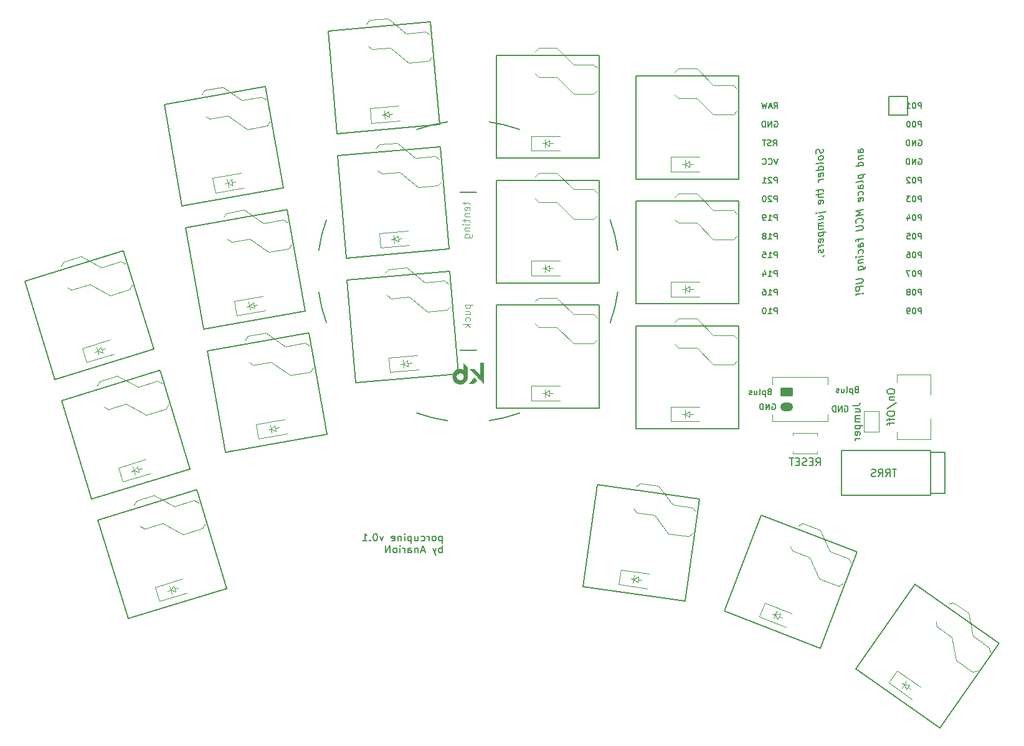
<source format=gbr>
%TF.GenerationSoftware,KiCad,Pcbnew,7.0.5*%
%TF.CreationDate,2024-04-29T22:33:29+02:00*%
%TF.ProjectId,porcupine,706f7263-7570-4696-9e65-2e6b69636164,v0.0.1*%
%TF.SameCoordinates,Original*%
%TF.FileFunction,Legend,Bot*%
%TF.FilePolarity,Positive*%
%FSLAX46Y46*%
G04 Gerber Fmt 4.6, Leading zero omitted, Abs format (unit mm)*
G04 Created by KiCad (PCBNEW 7.0.5) date 2024-04-29 22:33:29*
%MOMM*%
%LPD*%
G01*
G04 APERTURE LIST*
G04 Aperture macros list*
%AMRoundRect*
0 Rectangle with rounded corners*
0 $1 Rounding radius*
0 $2 $3 $4 $5 $6 $7 $8 $9 X,Y pos of 4 corners*
0 Add a 4 corners polygon primitive as box body*
4,1,4,$2,$3,$4,$5,$6,$7,$8,$9,$2,$3,0*
0 Add four circle primitives for the rounded corners*
1,1,$1+$1,$2,$3*
1,1,$1+$1,$4,$5*
1,1,$1+$1,$6,$7*
1,1,$1+$1,$8,$9*
0 Add four rect primitives between the rounded corners*
20,1,$1+$1,$2,$3,$4,$5,0*
20,1,$1+$1,$4,$5,$6,$7,0*
20,1,$1+$1,$6,$7,$8,$9,0*
20,1,$1+$1,$8,$9,$2,$3,0*%
G04 Aperture macros list end*
%ADD10C,0.150000*%
%ADD11C,0.100000*%
%ADD12C,0.120000*%
%ADD13C,0.200000*%
%ADD14C,0.010000*%
%ADD15RoundRect,0.250000X-0.625000X-0.350000X0.625000X-0.350000X0.625000X0.350000X-0.625000X0.350000X0*%
%ADD16O,1.750000X1.200000*%
G04 APERTURE END LIST*
D10*
X213063220Y-148283152D02*
X213063220Y-149283152D01*
X213063220Y-148330771D02*
X212967982Y-148283152D01*
X212967982Y-148283152D02*
X212777506Y-148283152D01*
X212777506Y-148283152D02*
X212682268Y-148330771D01*
X212682268Y-148330771D02*
X212634649Y-148378390D01*
X212634649Y-148378390D02*
X212587030Y-148473628D01*
X212587030Y-148473628D02*
X212587030Y-148759342D01*
X212587030Y-148759342D02*
X212634649Y-148854580D01*
X212634649Y-148854580D02*
X212682268Y-148902200D01*
X212682268Y-148902200D02*
X212777506Y-148949819D01*
X212777506Y-148949819D02*
X212967982Y-148949819D01*
X212967982Y-148949819D02*
X213063220Y-148902200D01*
X212015601Y-148949819D02*
X212110839Y-148902200D01*
X212110839Y-148902200D02*
X212158458Y-148854580D01*
X212158458Y-148854580D02*
X212206077Y-148759342D01*
X212206077Y-148759342D02*
X212206077Y-148473628D01*
X212206077Y-148473628D02*
X212158458Y-148378390D01*
X212158458Y-148378390D02*
X212110839Y-148330771D01*
X212110839Y-148330771D02*
X212015601Y-148283152D01*
X212015601Y-148283152D02*
X211872744Y-148283152D01*
X211872744Y-148283152D02*
X211777506Y-148330771D01*
X211777506Y-148330771D02*
X211729887Y-148378390D01*
X211729887Y-148378390D02*
X211682268Y-148473628D01*
X211682268Y-148473628D02*
X211682268Y-148759342D01*
X211682268Y-148759342D02*
X211729887Y-148854580D01*
X211729887Y-148854580D02*
X211777506Y-148902200D01*
X211777506Y-148902200D02*
X211872744Y-148949819D01*
X211872744Y-148949819D02*
X212015601Y-148949819D01*
X211253696Y-148949819D02*
X211253696Y-148283152D01*
X211253696Y-148473628D02*
X211206077Y-148378390D01*
X211206077Y-148378390D02*
X211158458Y-148330771D01*
X211158458Y-148330771D02*
X211063220Y-148283152D01*
X211063220Y-148283152D02*
X210967982Y-148283152D01*
X210206077Y-148902200D02*
X210301315Y-148949819D01*
X210301315Y-148949819D02*
X210491791Y-148949819D01*
X210491791Y-148949819D02*
X210587029Y-148902200D01*
X210587029Y-148902200D02*
X210634648Y-148854580D01*
X210634648Y-148854580D02*
X210682267Y-148759342D01*
X210682267Y-148759342D02*
X210682267Y-148473628D01*
X210682267Y-148473628D02*
X210634648Y-148378390D01*
X210634648Y-148378390D02*
X210587029Y-148330771D01*
X210587029Y-148330771D02*
X210491791Y-148283152D01*
X210491791Y-148283152D02*
X210301315Y-148283152D01*
X210301315Y-148283152D02*
X210206077Y-148330771D01*
X209348934Y-148283152D02*
X209348934Y-148949819D01*
X209777505Y-148283152D02*
X209777505Y-148806961D01*
X209777505Y-148806961D02*
X209729886Y-148902200D01*
X209729886Y-148902200D02*
X209634648Y-148949819D01*
X209634648Y-148949819D02*
X209491791Y-148949819D01*
X209491791Y-148949819D02*
X209396553Y-148902200D01*
X209396553Y-148902200D02*
X209348934Y-148854580D01*
X208872743Y-148283152D02*
X208872743Y-149283152D01*
X208872743Y-148330771D02*
X208777505Y-148283152D01*
X208777505Y-148283152D02*
X208587029Y-148283152D01*
X208587029Y-148283152D02*
X208491791Y-148330771D01*
X208491791Y-148330771D02*
X208444172Y-148378390D01*
X208444172Y-148378390D02*
X208396553Y-148473628D01*
X208396553Y-148473628D02*
X208396553Y-148759342D01*
X208396553Y-148759342D02*
X208444172Y-148854580D01*
X208444172Y-148854580D02*
X208491791Y-148902200D01*
X208491791Y-148902200D02*
X208587029Y-148949819D01*
X208587029Y-148949819D02*
X208777505Y-148949819D01*
X208777505Y-148949819D02*
X208872743Y-148902200D01*
X207967981Y-148949819D02*
X207967981Y-148283152D01*
X207967981Y-147949819D02*
X208015600Y-147997438D01*
X208015600Y-147997438D02*
X207967981Y-148045057D01*
X207967981Y-148045057D02*
X207920362Y-147997438D01*
X207920362Y-147997438D02*
X207967981Y-147949819D01*
X207967981Y-147949819D02*
X207967981Y-148045057D01*
X207491791Y-148283152D02*
X207491791Y-148949819D01*
X207491791Y-148378390D02*
X207444172Y-148330771D01*
X207444172Y-148330771D02*
X207348934Y-148283152D01*
X207348934Y-148283152D02*
X207206077Y-148283152D01*
X207206077Y-148283152D02*
X207110839Y-148330771D01*
X207110839Y-148330771D02*
X207063220Y-148426009D01*
X207063220Y-148426009D02*
X207063220Y-148949819D01*
X206206077Y-148902200D02*
X206301315Y-148949819D01*
X206301315Y-148949819D02*
X206491791Y-148949819D01*
X206491791Y-148949819D02*
X206587029Y-148902200D01*
X206587029Y-148902200D02*
X206634648Y-148806961D01*
X206634648Y-148806961D02*
X206634648Y-148426009D01*
X206634648Y-148426009D02*
X206587029Y-148330771D01*
X206587029Y-148330771D02*
X206491791Y-148283152D01*
X206491791Y-148283152D02*
X206301315Y-148283152D01*
X206301315Y-148283152D02*
X206206077Y-148330771D01*
X206206077Y-148330771D02*
X206158458Y-148426009D01*
X206158458Y-148426009D02*
X206158458Y-148521247D01*
X206158458Y-148521247D02*
X206634648Y-148616485D01*
X205063219Y-148283152D02*
X204825124Y-148949819D01*
X204825124Y-148949819D02*
X204587029Y-148283152D01*
X204015600Y-147949819D02*
X203920362Y-147949819D01*
X203920362Y-147949819D02*
X203825124Y-147997438D01*
X203825124Y-147997438D02*
X203777505Y-148045057D01*
X203777505Y-148045057D02*
X203729886Y-148140295D01*
X203729886Y-148140295D02*
X203682267Y-148330771D01*
X203682267Y-148330771D02*
X203682267Y-148568866D01*
X203682267Y-148568866D02*
X203729886Y-148759342D01*
X203729886Y-148759342D02*
X203777505Y-148854580D01*
X203777505Y-148854580D02*
X203825124Y-148902200D01*
X203825124Y-148902200D02*
X203920362Y-148949819D01*
X203920362Y-148949819D02*
X204015600Y-148949819D01*
X204015600Y-148949819D02*
X204110838Y-148902200D01*
X204110838Y-148902200D02*
X204158457Y-148854580D01*
X204158457Y-148854580D02*
X204206076Y-148759342D01*
X204206076Y-148759342D02*
X204253695Y-148568866D01*
X204253695Y-148568866D02*
X204253695Y-148330771D01*
X204253695Y-148330771D02*
X204206076Y-148140295D01*
X204206076Y-148140295D02*
X204158457Y-148045057D01*
X204158457Y-148045057D02*
X204110838Y-147997438D01*
X204110838Y-147997438D02*
X204015600Y-147949819D01*
X203253695Y-148854580D02*
X203206076Y-148902200D01*
X203206076Y-148902200D02*
X203253695Y-148949819D01*
X203253695Y-148949819D02*
X203301314Y-148902200D01*
X203301314Y-148902200D02*
X203253695Y-148854580D01*
X203253695Y-148854580D02*
X203253695Y-148949819D01*
X202253696Y-148949819D02*
X202825124Y-148949819D01*
X202539410Y-148949819D02*
X202539410Y-147949819D01*
X202539410Y-147949819D02*
X202634648Y-148092676D01*
X202634648Y-148092676D02*
X202729886Y-148187914D01*
X202729886Y-148187914D02*
X202825124Y-148235533D01*
X213063220Y-150559819D02*
X213063220Y-149559819D01*
X213063220Y-149940771D02*
X212967982Y-149893152D01*
X212967982Y-149893152D02*
X212777506Y-149893152D01*
X212777506Y-149893152D02*
X212682268Y-149940771D01*
X212682268Y-149940771D02*
X212634649Y-149988390D01*
X212634649Y-149988390D02*
X212587030Y-150083628D01*
X212587030Y-150083628D02*
X212587030Y-150369342D01*
X212587030Y-150369342D02*
X212634649Y-150464580D01*
X212634649Y-150464580D02*
X212682268Y-150512200D01*
X212682268Y-150512200D02*
X212777506Y-150559819D01*
X212777506Y-150559819D02*
X212967982Y-150559819D01*
X212967982Y-150559819D02*
X213063220Y-150512200D01*
X212253696Y-149893152D02*
X212015601Y-150559819D01*
X211777506Y-149893152D02*
X212015601Y-150559819D01*
X212015601Y-150559819D02*
X212110839Y-150797914D01*
X212110839Y-150797914D02*
X212158458Y-150845533D01*
X212158458Y-150845533D02*
X212253696Y-150893152D01*
X210682267Y-150274104D02*
X210206077Y-150274104D01*
X210777505Y-150559819D02*
X210444172Y-149559819D01*
X210444172Y-149559819D02*
X210110839Y-150559819D01*
X209777505Y-149893152D02*
X209777505Y-150559819D01*
X209777505Y-149988390D02*
X209729886Y-149940771D01*
X209729886Y-149940771D02*
X209634648Y-149893152D01*
X209634648Y-149893152D02*
X209491791Y-149893152D01*
X209491791Y-149893152D02*
X209396553Y-149940771D01*
X209396553Y-149940771D02*
X209348934Y-150036009D01*
X209348934Y-150036009D02*
X209348934Y-150559819D01*
X208444172Y-150559819D02*
X208444172Y-150036009D01*
X208444172Y-150036009D02*
X208491791Y-149940771D01*
X208491791Y-149940771D02*
X208587029Y-149893152D01*
X208587029Y-149893152D02*
X208777505Y-149893152D01*
X208777505Y-149893152D02*
X208872743Y-149940771D01*
X208444172Y-150512200D02*
X208539410Y-150559819D01*
X208539410Y-150559819D02*
X208777505Y-150559819D01*
X208777505Y-150559819D02*
X208872743Y-150512200D01*
X208872743Y-150512200D02*
X208920362Y-150416961D01*
X208920362Y-150416961D02*
X208920362Y-150321723D01*
X208920362Y-150321723D02*
X208872743Y-150226485D01*
X208872743Y-150226485D02*
X208777505Y-150178866D01*
X208777505Y-150178866D02*
X208539410Y-150178866D01*
X208539410Y-150178866D02*
X208444172Y-150131247D01*
X207967981Y-150559819D02*
X207967981Y-149893152D01*
X207967981Y-150083628D02*
X207920362Y-149988390D01*
X207920362Y-149988390D02*
X207872743Y-149940771D01*
X207872743Y-149940771D02*
X207777505Y-149893152D01*
X207777505Y-149893152D02*
X207682267Y-149893152D01*
X207348933Y-150559819D02*
X207348933Y-149893152D01*
X207348933Y-149559819D02*
X207396552Y-149607438D01*
X207396552Y-149607438D02*
X207348933Y-149655057D01*
X207348933Y-149655057D02*
X207301314Y-149607438D01*
X207301314Y-149607438D02*
X207348933Y-149559819D01*
X207348933Y-149559819D02*
X207348933Y-149655057D01*
X206729886Y-150559819D02*
X206825124Y-150512200D01*
X206825124Y-150512200D02*
X206872743Y-150464580D01*
X206872743Y-150464580D02*
X206920362Y-150369342D01*
X206920362Y-150369342D02*
X206920362Y-150083628D01*
X206920362Y-150083628D02*
X206872743Y-149988390D01*
X206872743Y-149988390D02*
X206825124Y-149940771D01*
X206825124Y-149940771D02*
X206729886Y-149893152D01*
X206729886Y-149893152D02*
X206587029Y-149893152D01*
X206587029Y-149893152D02*
X206491791Y-149940771D01*
X206491791Y-149940771D02*
X206444172Y-149988390D01*
X206444172Y-149988390D02*
X206396553Y-150083628D01*
X206396553Y-150083628D02*
X206396553Y-150369342D01*
X206396553Y-150369342D02*
X206444172Y-150464580D01*
X206444172Y-150464580D02*
X206491791Y-150512200D01*
X206491791Y-150512200D02*
X206587029Y-150559819D01*
X206587029Y-150559819D02*
X206729886Y-150559819D01*
X205967981Y-150559819D02*
X205967981Y-149559819D01*
X205967981Y-149559819D02*
X205396553Y-150559819D01*
X205396553Y-150559819D02*
X205396553Y-149559819D01*
X264818287Y-95572677D02*
X264865906Y-95709581D01*
X264865906Y-95709581D02*
X264865906Y-95947677D01*
X264865906Y-95947677D02*
X264818287Y-96048867D01*
X264818287Y-96048867D02*
X264770667Y-96102439D01*
X264770667Y-96102439D02*
X264675429Y-96161962D01*
X264675429Y-96161962D02*
X264580191Y-96173867D01*
X264580191Y-96173867D02*
X264484953Y-96138153D01*
X264484953Y-96138153D02*
X264437334Y-96096486D01*
X264437334Y-96096486D02*
X264389715Y-96007201D01*
X264389715Y-96007201D02*
X264342096Y-95822677D01*
X264342096Y-95822677D02*
X264294477Y-95733391D01*
X264294477Y-95733391D02*
X264246858Y-95691724D01*
X264246858Y-95691724D02*
X264151620Y-95656010D01*
X264151620Y-95656010D02*
X264056382Y-95667915D01*
X264056382Y-95667915D02*
X263961144Y-95727439D01*
X263961144Y-95727439D02*
X263913525Y-95781010D01*
X263913525Y-95781010D02*
X263865906Y-95882201D01*
X263865906Y-95882201D02*
X263865906Y-96120296D01*
X263865906Y-96120296D02*
X263913525Y-96257201D01*
X264865906Y-96709582D02*
X264818287Y-96620296D01*
X264818287Y-96620296D02*
X264770667Y-96578629D01*
X264770667Y-96578629D02*
X264675429Y-96542915D01*
X264675429Y-96542915D02*
X264389715Y-96578629D01*
X264389715Y-96578629D02*
X264294477Y-96638153D01*
X264294477Y-96638153D02*
X264246858Y-96691724D01*
X264246858Y-96691724D02*
X264199239Y-96792915D01*
X264199239Y-96792915D02*
X264199239Y-96935772D01*
X264199239Y-96935772D02*
X264246858Y-97025058D01*
X264246858Y-97025058D02*
X264294477Y-97066724D01*
X264294477Y-97066724D02*
X264389715Y-97102439D01*
X264389715Y-97102439D02*
X264675429Y-97066724D01*
X264675429Y-97066724D02*
X264770667Y-97007201D01*
X264770667Y-97007201D02*
X264818287Y-96953629D01*
X264818287Y-96953629D02*
X264865906Y-96852439D01*
X264865906Y-96852439D02*
X264865906Y-96709582D01*
X264865906Y-97614344D02*
X264818287Y-97525058D01*
X264818287Y-97525058D02*
X264723048Y-97489344D01*
X264723048Y-97489344D02*
X263865906Y-97596486D01*
X264865906Y-98423868D02*
X263865906Y-98548868D01*
X264818287Y-98429820D02*
X264865906Y-98328630D01*
X264865906Y-98328630D02*
X264865906Y-98138154D01*
X264865906Y-98138154D02*
X264818287Y-98048868D01*
X264818287Y-98048868D02*
X264770667Y-98007201D01*
X264770667Y-98007201D02*
X264675429Y-97971487D01*
X264675429Y-97971487D02*
X264389715Y-98007201D01*
X264389715Y-98007201D02*
X264294477Y-98066725D01*
X264294477Y-98066725D02*
X264246858Y-98120296D01*
X264246858Y-98120296D02*
X264199239Y-98221487D01*
X264199239Y-98221487D02*
X264199239Y-98411963D01*
X264199239Y-98411963D02*
X264246858Y-98501249D01*
X264818287Y-99286963D02*
X264865906Y-99185773D01*
X264865906Y-99185773D02*
X264865906Y-98995296D01*
X264865906Y-98995296D02*
X264818287Y-98906011D01*
X264818287Y-98906011D02*
X264723048Y-98870296D01*
X264723048Y-98870296D02*
X264342096Y-98917916D01*
X264342096Y-98917916D02*
X264246858Y-98977439D01*
X264246858Y-98977439D02*
X264199239Y-99078630D01*
X264199239Y-99078630D02*
X264199239Y-99269106D01*
X264199239Y-99269106D02*
X264246858Y-99358392D01*
X264246858Y-99358392D02*
X264342096Y-99394106D01*
X264342096Y-99394106D02*
X264437334Y-99382201D01*
X264437334Y-99382201D02*
X264532572Y-98894106D01*
X264865906Y-99757201D02*
X264199239Y-99840535D01*
X264389715Y-99816725D02*
X264294477Y-99876249D01*
X264294477Y-99876249D02*
X264246858Y-99929820D01*
X264246858Y-99929820D02*
X264199239Y-100031011D01*
X264199239Y-100031011D02*
X264199239Y-100126249D01*
X264199239Y-101078631D02*
X264199239Y-101459583D01*
X263865906Y-101263154D02*
X264723048Y-101156012D01*
X264723048Y-101156012D02*
X264818287Y-101191726D01*
X264818287Y-101191726D02*
X264865906Y-101281012D01*
X264865906Y-101281012D02*
X264865906Y-101376250D01*
X264865906Y-101709583D02*
X263865906Y-101834583D01*
X264865906Y-102138155D02*
X264342096Y-102203631D01*
X264342096Y-102203631D02*
X264246858Y-102167917D01*
X264246858Y-102167917D02*
X264199239Y-102078631D01*
X264199239Y-102078631D02*
X264199239Y-101935774D01*
X264199239Y-101935774D02*
X264246858Y-101834583D01*
X264246858Y-101834583D02*
X264294477Y-101781012D01*
X264818287Y-103001250D02*
X264865906Y-102900060D01*
X264865906Y-102900060D02*
X264865906Y-102709583D01*
X264865906Y-102709583D02*
X264818287Y-102620298D01*
X264818287Y-102620298D02*
X264723048Y-102584583D01*
X264723048Y-102584583D02*
X264342096Y-102632203D01*
X264342096Y-102632203D02*
X264246858Y-102691726D01*
X264246858Y-102691726D02*
X264199239Y-102792917D01*
X264199239Y-102792917D02*
X264199239Y-102983393D01*
X264199239Y-102983393D02*
X264246858Y-103072679D01*
X264246858Y-103072679D02*
X264342096Y-103108393D01*
X264342096Y-103108393D02*
X264437334Y-103096488D01*
X264437334Y-103096488D02*
X264532572Y-102608393D01*
X264199239Y-104316727D02*
X265056382Y-104209584D01*
X265056382Y-104209584D02*
X265151620Y-104150060D01*
X265151620Y-104150060D02*
X265199239Y-104048870D01*
X265199239Y-104048870D02*
X265199239Y-104001251D01*
X263865906Y-104358393D02*
X263913525Y-104304822D01*
X263913525Y-104304822D02*
X263961144Y-104346489D01*
X263961144Y-104346489D02*
X263913525Y-104400060D01*
X263913525Y-104400060D02*
X263865906Y-104358393D01*
X263865906Y-104358393D02*
X263961144Y-104346489D01*
X264199239Y-105221488D02*
X264865906Y-105138155D01*
X264199239Y-104792917D02*
X264723048Y-104727441D01*
X264723048Y-104727441D02*
X264818287Y-104763155D01*
X264818287Y-104763155D02*
X264865906Y-104852441D01*
X264865906Y-104852441D02*
X264865906Y-104995298D01*
X264865906Y-104995298D02*
X264818287Y-105096488D01*
X264818287Y-105096488D02*
X264770667Y-105150060D01*
X264865906Y-105614345D02*
X264199239Y-105697679D01*
X264294477Y-105685774D02*
X264246858Y-105739345D01*
X264246858Y-105739345D02*
X264199239Y-105840536D01*
X264199239Y-105840536D02*
X264199239Y-105983393D01*
X264199239Y-105983393D02*
X264246858Y-106072679D01*
X264246858Y-106072679D02*
X264342096Y-106108393D01*
X264342096Y-106108393D02*
X264865906Y-106042917D01*
X264342096Y-106108393D02*
X264246858Y-106167917D01*
X264246858Y-106167917D02*
X264199239Y-106269107D01*
X264199239Y-106269107D02*
X264199239Y-106411964D01*
X264199239Y-106411964D02*
X264246858Y-106501250D01*
X264246858Y-106501250D02*
X264342096Y-106536964D01*
X264342096Y-106536964D02*
X264865906Y-106471488D01*
X264199239Y-107031012D02*
X265199239Y-106906012D01*
X264246858Y-107025059D02*
X264199239Y-107126250D01*
X264199239Y-107126250D02*
X264199239Y-107316726D01*
X264199239Y-107316726D02*
X264246858Y-107406012D01*
X264246858Y-107406012D02*
X264294477Y-107447678D01*
X264294477Y-107447678D02*
X264389715Y-107483393D01*
X264389715Y-107483393D02*
X264675429Y-107447678D01*
X264675429Y-107447678D02*
X264770667Y-107388155D01*
X264770667Y-107388155D02*
X264818287Y-107334583D01*
X264818287Y-107334583D02*
X264865906Y-107233393D01*
X264865906Y-107233393D02*
X264865906Y-107042916D01*
X264865906Y-107042916D02*
X264818287Y-106953631D01*
X264818287Y-108239345D02*
X264865906Y-108138155D01*
X264865906Y-108138155D02*
X264865906Y-107947678D01*
X264865906Y-107947678D02*
X264818287Y-107858393D01*
X264818287Y-107858393D02*
X264723048Y-107822678D01*
X264723048Y-107822678D02*
X264342096Y-107870298D01*
X264342096Y-107870298D02*
X264246858Y-107929821D01*
X264246858Y-107929821D02*
X264199239Y-108031012D01*
X264199239Y-108031012D02*
X264199239Y-108221488D01*
X264199239Y-108221488D02*
X264246858Y-108310774D01*
X264246858Y-108310774D02*
X264342096Y-108346488D01*
X264342096Y-108346488D02*
X264437334Y-108334583D01*
X264437334Y-108334583D02*
X264532572Y-107846488D01*
X264865906Y-108709583D02*
X264199239Y-108792917D01*
X264389715Y-108769107D02*
X264294477Y-108828631D01*
X264294477Y-108828631D02*
X264246858Y-108882202D01*
X264246858Y-108882202D02*
X264199239Y-108983393D01*
X264199239Y-108983393D02*
X264199239Y-109078631D01*
X264818287Y-109286965D02*
X264865906Y-109376250D01*
X264865906Y-109376250D02*
X264865906Y-109566727D01*
X264865906Y-109566727D02*
X264818287Y-109667917D01*
X264818287Y-109667917D02*
X264723048Y-109727441D01*
X264723048Y-109727441D02*
X264675429Y-109733393D01*
X264675429Y-109733393D02*
X264580191Y-109697679D01*
X264580191Y-109697679D02*
X264532572Y-109608393D01*
X264532572Y-109608393D02*
X264532572Y-109465536D01*
X264532572Y-109465536D02*
X264484953Y-109376250D01*
X264484953Y-109376250D02*
X264389715Y-109340536D01*
X264389715Y-109340536D02*
X264342096Y-109346489D01*
X264342096Y-109346489D02*
X264246858Y-109406012D01*
X264246858Y-109406012D02*
X264199239Y-109507203D01*
X264199239Y-109507203D02*
X264199239Y-109650060D01*
X264199239Y-109650060D02*
X264246858Y-109739346D01*
X264818287Y-110191727D02*
X264865906Y-110185774D01*
X264865906Y-110185774D02*
X264961144Y-110126251D01*
X264961144Y-110126251D02*
X265008763Y-110072679D01*
X270265906Y-96042915D02*
X269742096Y-96108391D01*
X269742096Y-96108391D02*
X269646858Y-96072677D01*
X269646858Y-96072677D02*
X269599239Y-95983391D01*
X269599239Y-95983391D02*
X269599239Y-95792915D01*
X269599239Y-95792915D02*
X269646858Y-95691724D01*
X270218287Y-96048867D02*
X270265906Y-95947677D01*
X270265906Y-95947677D02*
X270265906Y-95709581D01*
X270265906Y-95709581D02*
X270218287Y-95620296D01*
X270218287Y-95620296D02*
X270123048Y-95584581D01*
X270123048Y-95584581D02*
X270027810Y-95596486D01*
X270027810Y-95596486D02*
X269932572Y-95656010D01*
X269932572Y-95656010D02*
X269884953Y-95757201D01*
X269884953Y-95757201D02*
X269884953Y-95995296D01*
X269884953Y-95995296D02*
X269837334Y-96096486D01*
X269599239Y-96602439D02*
X270265906Y-96519105D01*
X269694477Y-96590534D02*
X269646858Y-96644105D01*
X269646858Y-96644105D02*
X269599239Y-96745296D01*
X269599239Y-96745296D02*
X269599239Y-96888153D01*
X269599239Y-96888153D02*
X269646858Y-96977439D01*
X269646858Y-96977439D02*
X269742096Y-97013153D01*
X269742096Y-97013153D02*
X270265906Y-96947677D01*
X270265906Y-97852439D02*
X269265906Y-97977439D01*
X270218287Y-97858391D02*
X270265906Y-97757201D01*
X270265906Y-97757201D02*
X270265906Y-97566725D01*
X270265906Y-97566725D02*
X270218287Y-97477439D01*
X270218287Y-97477439D02*
X270170667Y-97435772D01*
X270170667Y-97435772D02*
X270075429Y-97400058D01*
X270075429Y-97400058D02*
X269789715Y-97435772D01*
X269789715Y-97435772D02*
X269694477Y-97495296D01*
X269694477Y-97495296D02*
X269646858Y-97548867D01*
X269646858Y-97548867D02*
X269599239Y-97650058D01*
X269599239Y-97650058D02*
X269599239Y-97840534D01*
X269599239Y-97840534D02*
X269646858Y-97929820D01*
X269599239Y-99173868D02*
X270599239Y-99048868D01*
X269646858Y-99167915D02*
X269599239Y-99269106D01*
X269599239Y-99269106D02*
X269599239Y-99459582D01*
X269599239Y-99459582D02*
X269646858Y-99548868D01*
X269646858Y-99548868D02*
X269694477Y-99590534D01*
X269694477Y-99590534D02*
X269789715Y-99626249D01*
X269789715Y-99626249D02*
X270075429Y-99590534D01*
X270075429Y-99590534D02*
X270170667Y-99531011D01*
X270170667Y-99531011D02*
X270218287Y-99477439D01*
X270218287Y-99477439D02*
X270265906Y-99376249D01*
X270265906Y-99376249D02*
X270265906Y-99185772D01*
X270265906Y-99185772D02*
X270218287Y-99096487D01*
X270265906Y-100138154D02*
X270218287Y-100048868D01*
X270218287Y-100048868D02*
X270123048Y-100013154D01*
X270123048Y-100013154D02*
X269265906Y-100120296D01*
X270265906Y-100947678D02*
X269742096Y-101013154D01*
X269742096Y-101013154D02*
X269646858Y-100977440D01*
X269646858Y-100977440D02*
X269599239Y-100888154D01*
X269599239Y-100888154D02*
X269599239Y-100697678D01*
X269599239Y-100697678D02*
X269646858Y-100596487D01*
X270218287Y-100953630D02*
X270265906Y-100852440D01*
X270265906Y-100852440D02*
X270265906Y-100614344D01*
X270265906Y-100614344D02*
X270218287Y-100525059D01*
X270218287Y-100525059D02*
X270123048Y-100489344D01*
X270123048Y-100489344D02*
X270027810Y-100501249D01*
X270027810Y-100501249D02*
X269932572Y-100560773D01*
X269932572Y-100560773D02*
X269884953Y-100661964D01*
X269884953Y-100661964D02*
X269884953Y-100900059D01*
X269884953Y-100900059D02*
X269837334Y-101001249D01*
X270218287Y-101858392D02*
X270265906Y-101757202D01*
X270265906Y-101757202D02*
X270265906Y-101566726D01*
X270265906Y-101566726D02*
X270218287Y-101477440D01*
X270218287Y-101477440D02*
X270170667Y-101435773D01*
X270170667Y-101435773D02*
X270075429Y-101400059D01*
X270075429Y-101400059D02*
X269789715Y-101435773D01*
X269789715Y-101435773D02*
X269694477Y-101495297D01*
X269694477Y-101495297D02*
X269646858Y-101548868D01*
X269646858Y-101548868D02*
X269599239Y-101650059D01*
X269599239Y-101650059D02*
X269599239Y-101840535D01*
X269599239Y-101840535D02*
X269646858Y-101929821D01*
X270218287Y-102667916D02*
X270265906Y-102566726D01*
X270265906Y-102566726D02*
X270265906Y-102376249D01*
X270265906Y-102376249D02*
X270218287Y-102286964D01*
X270218287Y-102286964D02*
X270123048Y-102251249D01*
X270123048Y-102251249D02*
X269742096Y-102298869D01*
X269742096Y-102298869D02*
X269646858Y-102358392D01*
X269646858Y-102358392D02*
X269599239Y-102459583D01*
X269599239Y-102459583D02*
X269599239Y-102650059D01*
X269599239Y-102650059D02*
X269646858Y-102739345D01*
X269646858Y-102739345D02*
X269742096Y-102775059D01*
X269742096Y-102775059D02*
X269837334Y-102763154D01*
X269837334Y-102763154D02*
X269932572Y-102275059D01*
X270265906Y-103900059D02*
X269265906Y-104025059D01*
X269265906Y-104025059D02*
X269980191Y-104269107D01*
X269980191Y-104269107D02*
X269265906Y-104691726D01*
X269265906Y-104691726D02*
X270265906Y-104566726D01*
X270170667Y-105626250D02*
X270218287Y-105572678D01*
X270218287Y-105572678D02*
X270265906Y-105423869D01*
X270265906Y-105423869D02*
X270265906Y-105328631D01*
X270265906Y-105328631D02*
X270218287Y-105191726D01*
X270218287Y-105191726D02*
X270123048Y-105108393D01*
X270123048Y-105108393D02*
X270027810Y-105072678D01*
X270027810Y-105072678D02*
X269837334Y-105048869D01*
X269837334Y-105048869D02*
X269694477Y-105066726D01*
X269694477Y-105066726D02*
X269504001Y-105138154D01*
X269504001Y-105138154D02*
X269408763Y-105197678D01*
X269408763Y-105197678D02*
X269313525Y-105304821D01*
X269313525Y-105304821D02*
X269265906Y-105453631D01*
X269265906Y-105453631D02*
X269265906Y-105548869D01*
X269265906Y-105548869D02*
X269313525Y-105685774D01*
X269313525Y-105685774D02*
X269361144Y-105727440D01*
X269265906Y-106167916D02*
X270075429Y-106066726D01*
X270075429Y-106066726D02*
X270170667Y-106102440D01*
X270170667Y-106102440D02*
X270218287Y-106144107D01*
X270218287Y-106144107D02*
X270265906Y-106233393D01*
X270265906Y-106233393D02*
X270265906Y-106423869D01*
X270265906Y-106423869D02*
X270218287Y-106525059D01*
X270218287Y-106525059D02*
X270170667Y-106578631D01*
X270170667Y-106578631D02*
X270075429Y-106638154D01*
X270075429Y-106638154D02*
X269265906Y-106739345D01*
X269599239Y-107792917D02*
X269599239Y-108173869D01*
X270265906Y-107852440D02*
X269408763Y-107959583D01*
X269408763Y-107959583D02*
X269313525Y-108019107D01*
X269313525Y-108019107D02*
X269265906Y-108120298D01*
X269265906Y-108120298D02*
X269265906Y-108215536D01*
X270265906Y-108852441D02*
X269742096Y-108917917D01*
X269742096Y-108917917D02*
X269646858Y-108882203D01*
X269646858Y-108882203D02*
X269599239Y-108792917D01*
X269599239Y-108792917D02*
X269599239Y-108602441D01*
X269599239Y-108602441D02*
X269646858Y-108501250D01*
X270218287Y-108858393D02*
X270265906Y-108757203D01*
X270265906Y-108757203D02*
X270265906Y-108519107D01*
X270265906Y-108519107D02*
X270218287Y-108429822D01*
X270218287Y-108429822D02*
X270123048Y-108394107D01*
X270123048Y-108394107D02*
X270027810Y-108406012D01*
X270027810Y-108406012D02*
X269932572Y-108465536D01*
X269932572Y-108465536D02*
X269884953Y-108566727D01*
X269884953Y-108566727D02*
X269884953Y-108804822D01*
X269884953Y-108804822D02*
X269837334Y-108906012D01*
X270218287Y-109763155D02*
X270265906Y-109661965D01*
X270265906Y-109661965D02*
X270265906Y-109471489D01*
X270265906Y-109471489D02*
X270218287Y-109382203D01*
X270218287Y-109382203D02*
X270170667Y-109340536D01*
X270170667Y-109340536D02*
X270075429Y-109304822D01*
X270075429Y-109304822D02*
X269789715Y-109340536D01*
X269789715Y-109340536D02*
X269694477Y-109400060D01*
X269694477Y-109400060D02*
X269646858Y-109453631D01*
X269646858Y-109453631D02*
X269599239Y-109554822D01*
X269599239Y-109554822D02*
X269599239Y-109745298D01*
X269599239Y-109745298D02*
X269646858Y-109834584D01*
X270265906Y-110185774D02*
X269599239Y-110269108D01*
X269265906Y-110310774D02*
X269313525Y-110257203D01*
X269313525Y-110257203D02*
X269361144Y-110298870D01*
X269361144Y-110298870D02*
X269313525Y-110352441D01*
X269313525Y-110352441D02*
X269265906Y-110310774D01*
X269265906Y-110310774D02*
X269361144Y-110298870D01*
X269599239Y-110745298D02*
X270265906Y-110661964D01*
X269694477Y-110733393D02*
X269646858Y-110786964D01*
X269646858Y-110786964D02*
X269599239Y-110888155D01*
X269599239Y-110888155D02*
X269599239Y-111031012D01*
X269599239Y-111031012D02*
X269646858Y-111120298D01*
X269646858Y-111120298D02*
X269742096Y-111156012D01*
X269742096Y-111156012D02*
X270265906Y-111090536D01*
X269599239Y-112078631D02*
X270408763Y-111977441D01*
X270408763Y-111977441D02*
X270504001Y-111917917D01*
X270504001Y-111917917D02*
X270551620Y-111864345D01*
X270551620Y-111864345D02*
X270599239Y-111763155D01*
X270599239Y-111763155D02*
X270599239Y-111620298D01*
X270599239Y-111620298D02*
X270551620Y-111531012D01*
X270218287Y-112001250D02*
X270265906Y-111900060D01*
X270265906Y-111900060D02*
X270265906Y-111709584D01*
X270265906Y-111709584D02*
X270218287Y-111620298D01*
X270218287Y-111620298D02*
X270170667Y-111578631D01*
X270170667Y-111578631D02*
X270075429Y-111542917D01*
X270075429Y-111542917D02*
X269789715Y-111578631D01*
X269789715Y-111578631D02*
X269694477Y-111638155D01*
X269694477Y-111638155D02*
X269646858Y-111691726D01*
X269646858Y-111691726D02*
X269599239Y-111792917D01*
X269599239Y-111792917D02*
X269599239Y-111983393D01*
X269599239Y-111983393D02*
X269646858Y-112072679D01*
X269265906Y-113358393D02*
X270075429Y-113257203D01*
X270075429Y-113257203D02*
X270170667Y-113292917D01*
X270170667Y-113292917D02*
X270218287Y-113334584D01*
X270218287Y-113334584D02*
X270265906Y-113423870D01*
X270265906Y-113423870D02*
X270265906Y-113614346D01*
X270265906Y-113614346D02*
X270218287Y-113715536D01*
X270218287Y-113715536D02*
X270170667Y-113769108D01*
X270170667Y-113769108D02*
X270075429Y-113828631D01*
X270075429Y-113828631D02*
X269265906Y-113929822D01*
X270265906Y-114281012D02*
X269265906Y-114406012D01*
X269265906Y-114406012D02*
X269265906Y-114786965D01*
X269265906Y-114786965D02*
X269313525Y-114876250D01*
X269313525Y-114876250D02*
X269361144Y-114917917D01*
X269361144Y-114917917D02*
X269456382Y-114953631D01*
X269456382Y-114953631D02*
X269599239Y-114935774D01*
X269599239Y-114935774D02*
X269694477Y-114876250D01*
X269694477Y-114876250D02*
X269742096Y-114822679D01*
X269742096Y-114822679D02*
X269789715Y-114721489D01*
X269789715Y-114721489D02*
X269789715Y-114340536D01*
X270170667Y-115292917D02*
X270218287Y-115334584D01*
X270218287Y-115334584D02*
X270265906Y-115281012D01*
X270265906Y-115281012D02*
X270218287Y-115239346D01*
X270218287Y-115239346D02*
X270170667Y-115292917D01*
X270170667Y-115292917D02*
X270265906Y-115281012D01*
X269884953Y-115328631D02*
X269313525Y-115352441D01*
X269313525Y-115352441D02*
X269265906Y-115406012D01*
X269265906Y-115406012D02*
X269313525Y-115447679D01*
X269313525Y-115447679D02*
X269884953Y-115328631D01*
X269884953Y-115328631D02*
X269265906Y-115406012D01*
X170382150Y-159483554D02*
X183770416Y-155390350D01*
X183770416Y-155390350D02*
X179677212Y-142002084D01*
X179677212Y-142002084D02*
X166288946Y-146095288D01*
X166288946Y-146095288D02*
X170382150Y-159483554D01*
X165411831Y-143226373D02*
X178800097Y-139133170D01*
X178800097Y-139133170D02*
X174706893Y-125744903D01*
X174706893Y-125744903D02*
X161318627Y-129838107D01*
X161318627Y-129838107D02*
X165411831Y-143226373D01*
X160441512Y-126969192D02*
X173829778Y-122875989D01*
X173829778Y-122875989D02*
X169736574Y-109487722D01*
X169736574Y-109487722D02*
X156348308Y-113580926D01*
X156348308Y-113580926D02*
X160441512Y-126969192D01*
X183613031Y-136847588D02*
X197400339Y-134416514D01*
X197400339Y-134416514D02*
X194969265Y-120629205D01*
X194969265Y-120629205D02*
X181181956Y-123060280D01*
X181181956Y-123060280D02*
X183613031Y-136847588D01*
X180661012Y-120105856D02*
X194448320Y-117674782D01*
X194448320Y-117674782D02*
X192017246Y-103887473D01*
X192017246Y-103887473D02*
X178229937Y-106318548D01*
X178229937Y-106318548D02*
X180661012Y-120105856D01*
X177708993Y-103364125D02*
X191496301Y-100933050D01*
X191496301Y-100933050D02*
X189065227Y-87145742D01*
X189065227Y-87145742D02*
X175277918Y-89576816D01*
X175277918Y-89576816D02*
X177708993Y-103364125D01*
X201340019Y-127404596D02*
X215286744Y-126184416D01*
X215286744Y-126184416D02*
X214066564Y-112237690D01*
X214066564Y-112237690D02*
X200119838Y-113457870D01*
X200119838Y-113457870D02*
X201340019Y-127404596D01*
X200057610Y-110451855D02*
X214004336Y-109231675D01*
X214004336Y-109231675D02*
X212784155Y-95284949D01*
X212784155Y-95284949D02*
X198837429Y-96505129D01*
X198837429Y-96505129D02*
X200057610Y-110451855D01*
X198775201Y-93499114D02*
X212721927Y-92278934D01*
X212721927Y-92278934D02*
X211501747Y-78332208D01*
X211501747Y-78332208D02*
X197555021Y-79552388D01*
X197555021Y-79552388D02*
X198775201Y-93499114D01*
X220411087Y-130850184D02*
X234411087Y-130850184D01*
X234411087Y-130850184D02*
X234411087Y-116850184D01*
X234411087Y-116850184D02*
X220411087Y-116850184D01*
X220411087Y-116850184D02*
X220411087Y-130850184D01*
X220411087Y-113850184D02*
X234411087Y-113850184D01*
X234411087Y-113850184D02*
X234411087Y-99850184D01*
X234411087Y-99850184D02*
X220411087Y-99850184D01*
X220411087Y-99850184D02*
X220411087Y-113850184D01*
X220411087Y-96850184D02*
X234411087Y-96850184D01*
X234411087Y-96850184D02*
X234411087Y-82850184D01*
X234411087Y-82850184D02*
X220411087Y-82850184D01*
X220411087Y-82850184D02*
X220411087Y-96850184D01*
X239411087Y-133683517D02*
X253411087Y-133683517D01*
X253411087Y-133683517D02*
X253411087Y-119683517D01*
X253411087Y-119683517D02*
X239411087Y-119683517D01*
X239411087Y-119683517D02*
X239411087Y-133683517D01*
X239411087Y-116683517D02*
X253411087Y-116683517D01*
X253411087Y-116683517D02*
X253411087Y-102683517D01*
X253411087Y-102683517D02*
X239411087Y-102683517D01*
X239411087Y-102683517D02*
X239411087Y-116683517D01*
X239411087Y-99683517D02*
X253411087Y-99683517D01*
X253411087Y-99683517D02*
X253411087Y-85683517D01*
X253411087Y-85683517D02*
X239411087Y-85683517D01*
X239411087Y-85683517D02*
X239411087Y-99683517D01*
X232225208Y-155181577D02*
X246088961Y-157130001D01*
X246088961Y-157130001D02*
X248037384Y-143266248D01*
X248037384Y-143266248D02*
X234173631Y-141317824D01*
X234173631Y-141317824D02*
X232225208Y-155181577D01*
X251383344Y-158499221D02*
X264453470Y-163516373D01*
X264453470Y-163516373D02*
X269470621Y-150446247D01*
X269470621Y-150446247D02*
X256400495Y-145429095D01*
X256400495Y-145429095D02*
X251383344Y-158499221D01*
X269276325Y-166329176D02*
X280744454Y-174359246D01*
X280744454Y-174359246D02*
X288774524Y-162891118D01*
X288774524Y-162891118D02*
X277306395Y-154861047D01*
X277306395Y-154861047D02*
X269276325Y-166329176D01*
%TO.C,MCU1*%
X258163467Y-90075812D02*
X258430134Y-89694859D01*
X258620610Y-90075812D02*
X258620610Y-89275812D01*
X258620610Y-89275812D02*
X258315848Y-89275812D01*
X258315848Y-89275812D02*
X258239658Y-89313907D01*
X258239658Y-89313907D02*
X258201563Y-89352002D01*
X258201563Y-89352002D02*
X258163467Y-89428193D01*
X258163467Y-89428193D02*
X258163467Y-89542478D01*
X258163467Y-89542478D02*
X258201563Y-89618669D01*
X258201563Y-89618669D02*
X258239658Y-89656764D01*
X258239658Y-89656764D02*
X258315848Y-89694859D01*
X258315848Y-89694859D02*
X258620610Y-89694859D01*
X257858706Y-89847240D02*
X257477753Y-89847240D01*
X257934896Y-90075812D02*
X257668229Y-89275812D01*
X257668229Y-89275812D02*
X257401563Y-90075812D01*
X257211087Y-89275812D02*
X257020611Y-90075812D01*
X257020611Y-90075812D02*
X256868230Y-89504383D01*
X256868230Y-89504383D02*
X256715849Y-90075812D01*
X256715849Y-90075812D02*
X256525373Y-89275812D01*
X258220610Y-91853907D02*
X258296800Y-91815812D01*
X258296800Y-91815812D02*
X258411086Y-91815812D01*
X258411086Y-91815812D02*
X258525372Y-91853907D01*
X258525372Y-91853907D02*
X258601562Y-91930097D01*
X258601562Y-91930097D02*
X258639657Y-92006288D01*
X258639657Y-92006288D02*
X258677753Y-92158669D01*
X258677753Y-92158669D02*
X258677753Y-92272955D01*
X258677753Y-92272955D02*
X258639657Y-92425336D01*
X258639657Y-92425336D02*
X258601562Y-92501526D01*
X258601562Y-92501526D02*
X258525372Y-92577717D01*
X258525372Y-92577717D02*
X258411086Y-92615812D01*
X258411086Y-92615812D02*
X258334895Y-92615812D01*
X258334895Y-92615812D02*
X258220610Y-92577717D01*
X258220610Y-92577717D02*
X258182514Y-92539621D01*
X258182514Y-92539621D02*
X258182514Y-92272955D01*
X258182514Y-92272955D02*
X258334895Y-92272955D01*
X257839657Y-92615812D02*
X257839657Y-91815812D01*
X257839657Y-91815812D02*
X257382514Y-92615812D01*
X257382514Y-92615812D02*
X257382514Y-91815812D01*
X257001562Y-92615812D02*
X257001562Y-91815812D01*
X257001562Y-91815812D02*
X256811086Y-91815812D01*
X256811086Y-91815812D02*
X256696800Y-91853907D01*
X256696800Y-91853907D02*
X256620610Y-91930097D01*
X256620610Y-91930097D02*
X256582515Y-92006288D01*
X256582515Y-92006288D02*
X256544419Y-92158669D01*
X256544419Y-92158669D02*
X256544419Y-92272955D01*
X256544419Y-92272955D02*
X256582515Y-92425336D01*
X256582515Y-92425336D02*
X256620610Y-92501526D01*
X256620610Y-92501526D02*
X256696800Y-92577717D01*
X256696800Y-92577717D02*
X256811086Y-92615812D01*
X256811086Y-92615812D02*
X257001562Y-92615812D01*
X258049181Y-95155812D02*
X258315848Y-94774859D01*
X258506324Y-95155812D02*
X258506324Y-94355812D01*
X258506324Y-94355812D02*
X258201562Y-94355812D01*
X258201562Y-94355812D02*
X258125372Y-94393907D01*
X258125372Y-94393907D02*
X258087277Y-94432002D01*
X258087277Y-94432002D02*
X258049181Y-94508193D01*
X258049181Y-94508193D02*
X258049181Y-94622478D01*
X258049181Y-94622478D02*
X258087277Y-94698669D01*
X258087277Y-94698669D02*
X258125372Y-94736764D01*
X258125372Y-94736764D02*
X258201562Y-94774859D01*
X258201562Y-94774859D02*
X258506324Y-94774859D01*
X257744420Y-95117717D02*
X257630134Y-95155812D01*
X257630134Y-95155812D02*
X257439658Y-95155812D01*
X257439658Y-95155812D02*
X257363467Y-95117717D01*
X257363467Y-95117717D02*
X257325372Y-95079621D01*
X257325372Y-95079621D02*
X257287277Y-95003431D01*
X257287277Y-95003431D02*
X257287277Y-94927240D01*
X257287277Y-94927240D02*
X257325372Y-94851050D01*
X257325372Y-94851050D02*
X257363467Y-94812955D01*
X257363467Y-94812955D02*
X257439658Y-94774859D01*
X257439658Y-94774859D02*
X257592039Y-94736764D01*
X257592039Y-94736764D02*
X257668229Y-94698669D01*
X257668229Y-94698669D02*
X257706324Y-94660574D01*
X257706324Y-94660574D02*
X257744420Y-94584383D01*
X257744420Y-94584383D02*
X257744420Y-94508193D01*
X257744420Y-94508193D02*
X257706324Y-94432002D01*
X257706324Y-94432002D02*
X257668229Y-94393907D01*
X257668229Y-94393907D02*
X257592039Y-94355812D01*
X257592039Y-94355812D02*
X257401562Y-94355812D01*
X257401562Y-94355812D02*
X257287277Y-94393907D01*
X257058705Y-94355812D02*
X256601562Y-94355812D01*
X256830134Y-95155812D02*
X256830134Y-94355812D01*
X258677753Y-96895812D02*
X258411086Y-97695812D01*
X258411086Y-97695812D02*
X258144420Y-96895812D01*
X257420610Y-97619621D02*
X257458706Y-97657717D01*
X257458706Y-97657717D02*
X257572991Y-97695812D01*
X257572991Y-97695812D02*
X257649182Y-97695812D01*
X257649182Y-97695812D02*
X257763468Y-97657717D01*
X257763468Y-97657717D02*
X257839658Y-97581526D01*
X257839658Y-97581526D02*
X257877753Y-97505336D01*
X257877753Y-97505336D02*
X257915849Y-97352955D01*
X257915849Y-97352955D02*
X257915849Y-97238669D01*
X257915849Y-97238669D02*
X257877753Y-97086288D01*
X257877753Y-97086288D02*
X257839658Y-97010097D01*
X257839658Y-97010097D02*
X257763468Y-96933907D01*
X257763468Y-96933907D02*
X257649182Y-96895812D01*
X257649182Y-96895812D02*
X257572991Y-96895812D01*
X257572991Y-96895812D02*
X257458706Y-96933907D01*
X257458706Y-96933907D02*
X257420610Y-96972002D01*
X256620610Y-97619621D02*
X256658706Y-97657717D01*
X256658706Y-97657717D02*
X256772991Y-97695812D01*
X256772991Y-97695812D02*
X256849182Y-97695812D01*
X256849182Y-97695812D02*
X256963468Y-97657717D01*
X256963468Y-97657717D02*
X257039658Y-97581526D01*
X257039658Y-97581526D02*
X257077753Y-97505336D01*
X257077753Y-97505336D02*
X257115849Y-97352955D01*
X257115849Y-97352955D02*
X257115849Y-97238669D01*
X257115849Y-97238669D02*
X257077753Y-97086288D01*
X257077753Y-97086288D02*
X257039658Y-97010097D01*
X257039658Y-97010097D02*
X256963468Y-96933907D01*
X256963468Y-96933907D02*
X256849182Y-96895812D01*
X256849182Y-96895812D02*
X256772991Y-96895812D01*
X256772991Y-96895812D02*
X256658706Y-96933907D01*
X256658706Y-96933907D02*
X256620610Y-96972002D01*
X258582515Y-100235812D02*
X258582515Y-99435812D01*
X258582515Y-99435812D02*
X258277753Y-99435812D01*
X258277753Y-99435812D02*
X258201563Y-99473907D01*
X258201563Y-99473907D02*
X258163468Y-99512002D01*
X258163468Y-99512002D02*
X258125372Y-99588193D01*
X258125372Y-99588193D02*
X258125372Y-99702478D01*
X258125372Y-99702478D02*
X258163468Y-99778669D01*
X258163468Y-99778669D02*
X258201563Y-99816764D01*
X258201563Y-99816764D02*
X258277753Y-99854859D01*
X258277753Y-99854859D02*
X258582515Y-99854859D01*
X257820611Y-99512002D02*
X257782515Y-99473907D01*
X257782515Y-99473907D02*
X257706325Y-99435812D01*
X257706325Y-99435812D02*
X257515849Y-99435812D01*
X257515849Y-99435812D02*
X257439658Y-99473907D01*
X257439658Y-99473907D02*
X257401563Y-99512002D01*
X257401563Y-99512002D02*
X257363468Y-99588193D01*
X257363468Y-99588193D02*
X257363468Y-99664383D01*
X257363468Y-99664383D02*
X257401563Y-99778669D01*
X257401563Y-99778669D02*
X257858706Y-100235812D01*
X257858706Y-100235812D02*
X257363468Y-100235812D01*
X256601563Y-100235812D02*
X257058706Y-100235812D01*
X256830134Y-100235812D02*
X256830134Y-99435812D01*
X256830134Y-99435812D02*
X256906325Y-99550097D01*
X256906325Y-99550097D02*
X256982515Y-99626288D01*
X256982515Y-99626288D02*
X257058706Y-99664383D01*
X258582515Y-102775812D02*
X258582515Y-101975812D01*
X258582515Y-101975812D02*
X258277753Y-101975812D01*
X258277753Y-101975812D02*
X258201563Y-102013907D01*
X258201563Y-102013907D02*
X258163468Y-102052002D01*
X258163468Y-102052002D02*
X258125372Y-102128193D01*
X258125372Y-102128193D02*
X258125372Y-102242478D01*
X258125372Y-102242478D02*
X258163468Y-102318669D01*
X258163468Y-102318669D02*
X258201563Y-102356764D01*
X258201563Y-102356764D02*
X258277753Y-102394859D01*
X258277753Y-102394859D02*
X258582515Y-102394859D01*
X257820611Y-102052002D02*
X257782515Y-102013907D01*
X257782515Y-102013907D02*
X257706325Y-101975812D01*
X257706325Y-101975812D02*
X257515849Y-101975812D01*
X257515849Y-101975812D02*
X257439658Y-102013907D01*
X257439658Y-102013907D02*
X257401563Y-102052002D01*
X257401563Y-102052002D02*
X257363468Y-102128193D01*
X257363468Y-102128193D02*
X257363468Y-102204383D01*
X257363468Y-102204383D02*
X257401563Y-102318669D01*
X257401563Y-102318669D02*
X257858706Y-102775812D01*
X257858706Y-102775812D02*
X257363468Y-102775812D01*
X256868229Y-101975812D02*
X256792039Y-101975812D01*
X256792039Y-101975812D02*
X256715848Y-102013907D01*
X256715848Y-102013907D02*
X256677753Y-102052002D01*
X256677753Y-102052002D02*
X256639658Y-102128193D01*
X256639658Y-102128193D02*
X256601563Y-102280574D01*
X256601563Y-102280574D02*
X256601563Y-102471050D01*
X256601563Y-102471050D02*
X256639658Y-102623431D01*
X256639658Y-102623431D02*
X256677753Y-102699621D01*
X256677753Y-102699621D02*
X256715848Y-102737717D01*
X256715848Y-102737717D02*
X256792039Y-102775812D01*
X256792039Y-102775812D02*
X256868229Y-102775812D01*
X256868229Y-102775812D02*
X256944420Y-102737717D01*
X256944420Y-102737717D02*
X256982515Y-102699621D01*
X256982515Y-102699621D02*
X257020610Y-102623431D01*
X257020610Y-102623431D02*
X257058706Y-102471050D01*
X257058706Y-102471050D02*
X257058706Y-102280574D01*
X257058706Y-102280574D02*
X257020610Y-102128193D01*
X257020610Y-102128193D02*
X256982515Y-102052002D01*
X256982515Y-102052002D02*
X256944420Y-102013907D01*
X256944420Y-102013907D02*
X256868229Y-101975812D01*
X258582515Y-105315812D02*
X258582515Y-104515812D01*
X258582515Y-104515812D02*
X258277753Y-104515812D01*
X258277753Y-104515812D02*
X258201563Y-104553907D01*
X258201563Y-104553907D02*
X258163468Y-104592002D01*
X258163468Y-104592002D02*
X258125372Y-104668193D01*
X258125372Y-104668193D02*
X258125372Y-104782478D01*
X258125372Y-104782478D02*
X258163468Y-104858669D01*
X258163468Y-104858669D02*
X258201563Y-104896764D01*
X258201563Y-104896764D02*
X258277753Y-104934859D01*
X258277753Y-104934859D02*
X258582515Y-104934859D01*
X257363468Y-105315812D02*
X257820611Y-105315812D01*
X257592039Y-105315812D02*
X257592039Y-104515812D01*
X257592039Y-104515812D02*
X257668230Y-104630097D01*
X257668230Y-104630097D02*
X257744420Y-104706288D01*
X257744420Y-104706288D02*
X257820611Y-104744383D01*
X256982515Y-105315812D02*
X256830134Y-105315812D01*
X256830134Y-105315812D02*
X256753944Y-105277717D01*
X256753944Y-105277717D02*
X256715848Y-105239621D01*
X256715848Y-105239621D02*
X256639658Y-105125336D01*
X256639658Y-105125336D02*
X256601563Y-104972955D01*
X256601563Y-104972955D02*
X256601563Y-104668193D01*
X256601563Y-104668193D02*
X256639658Y-104592002D01*
X256639658Y-104592002D02*
X256677753Y-104553907D01*
X256677753Y-104553907D02*
X256753944Y-104515812D01*
X256753944Y-104515812D02*
X256906325Y-104515812D01*
X256906325Y-104515812D02*
X256982515Y-104553907D01*
X256982515Y-104553907D02*
X257020610Y-104592002D01*
X257020610Y-104592002D02*
X257058706Y-104668193D01*
X257058706Y-104668193D02*
X257058706Y-104858669D01*
X257058706Y-104858669D02*
X257020610Y-104934859D01*
X257020610Y-104934859D02*
X256982515Y-104972955D01*
X256982515Y-104972955D02*
X256906325Y-105011050D01*
X256906325Y-105011050D02*
X256753944Y-105011050D01*
X256753944Y-105011050D02*
X256677753Y-104972955D01*
X256677753Y-104972955D02*
X256639658Y-104934859D01*
X256639658Y-104934859D02*
X256601563Y-104858669D01*
X258582515Y-107855812D02*
X258582515Y-107055812D01*
X258582515Y-107055812D02*
X258277753Y-107055812D01*
X258277753Y-107055812D02*
X258201563Y-107093907D01*
X258201563Y-107093907D02*
X258163468Y-107132002D01*
X258163468Y-107132002D02*
X258125372Y-107208193D01*
X258125372Y-107208193D02*
X258125372Y-107322478D01*
X258125372Y-107322478D02*
X258163468Y-107398669D01*
X258163468Y-107398669D02*
X258201563Y-107436764D01*
X258201563Y-107436764D02*
X258277753Y-107474859D01*
X258277753Y-107474859D02*
X258582515Y-107474859D01*
X257363468Y-107855812D02*
X257820611Y-107855812D01*
X257592039Y-107855812D02*
X257592039Y-107055812D01*
X257592039Y-107055812D02*
X257668230Y-107170097D01*
X257668230Y-107170097D02*
X257744420Y-107246288D01*
X257744420Y-107246288D02*
X257820611Y-107284383D01*
X256906325Y-107398669D02*
X256982515Y-107360574D01*
X256982515Y-107360574D02*
X257020610Y-107322478D01*
X257020610Y-107322478D02*
X257058706Y-107246288D01*
X257058706Y-107246288D02*
X257058706Y-107208193D01*
X257058706Y-107208193D02*
X257020610Y-107132002D01*
X257020610Y-107132002D02*
X256982515Y-107093907D01*
X256982515Y-107093907D02*
X256906325Y-107055812D01*
X256906325Y-107055812D02*
X256753944Y-107055812D01*
X256753944Y-107055812D02*
X256677753Y-107093907D01*
X256677753Y-107093907D02*
X256639658Y-107132002D01*
X256639658Y-107132002D02*
X256601563Y-107208193D01*
X256601563Y-107208193D02*
X256601563Y-107246288D01*
X256601563Y-107246288D02*
X256639658Y-107322478D01*
X256639658Y-107322478D02*
X256677753Y-107360574D01*
X256677753Y-107360574D02*
X256753944Y-107398669D01*
X256753944Y-107398669D02*
X256906325Y-107398669D01*
X256906325Y-107398669D02*
X256982515Y-107436764D01*
X256982515Y-107436764D02*
X257020610Y-107474859D01*
X257020610Y-107474859D02*
X257058706Y-107551050D01*
X257058706Y-107551050D02*
X257058706Y-107703431D01*
X257058706Y-107703431D02*
X257020610Y-107779621D01*
X257020610Y-107779621D02*
X256982515Y-107817717D01*
X256982515Y-107817717D02*
X256906325Y-107855812D01*
X256906325Y-107855812D02*
X256753944Y-107855812D01*
X256753944Y-107855812D02*
X256677753Y-107817717D01*
X256677753Y-107817717D02*
X256639658Y-107779621D01*
X256639658Y-107779621D02*
X256601563Y-107703431D01*
X256601563Y-107703431D02*
X256601563Y-107551050D01*
X256601563Y-107551050D02*
X256639658Y-107474859D01*
X256639658Y-107474859D02*
X256677753Y-107436764D01*
X256677753Y-107436764D02*
X256753944Y-107398669D01*
X258582515Y-110395812D02*
X258582515Y-109595812D01*
X258582515Y-109595812D02*
X258277753Y-109595812D01*
X258277753Y-109595812D02*
X258201563Y-109633907D01*
X258201563Y-109633907D02*
X258163468Y-109672002D01*
X258163468Y-109672002D02*
X258125372Y-109748193D01*
X258125372Y-109748193D02*
X258125372Y-109862478D01*
X258125372Y-109862478D02*
X258163468Y-109938669D01*
X258163468Y-109938669D02*
X258201563Y-109976764D01*
X258201563Y-109976764D02*
X258277753Y-110014859D01*
X258277753Y-110014859D02*
X258582515Y-110014859D01*
X257363468Y-110395812D02*
X257820611Y-110395812D01*
X257592039Y-110395812D02*
X257592039Y-109595812D01*
X257592039Y-109595812D02*
X257668230Y-109710097D01*
X257668230Y-109710097D02*
X257744420Y-109786288D01*
X257744420Y-109786288D02*
X257820611Y-109824383D01*
X256639658Y-109595812D02*
X257020610Y-109595812D01*
X257020610Y-109595812D02*
X257058706Y-109976764D01*
X257058706Y-109976764D02*
X257020610Y-109938669D01*
X257020610Y-109938669D02*
X256944420Y-109900574D01*
X256944420Y-109900574D02*
X256753944Y-109900574D01*
X256753944Y-109900574D02*
X256677753Y-109938669D01*
X256677753Y-109938669D02*
X256639658Y-109976764D01*
X256639658Y-109976764D02*
X256601563Y-110052955D01*
X256601563Y-110052955D02*
X256601563Y-110243431D01*
X256601563Y-110243431D02*
X256639658Y-110319621D01*
X256639658Y-110319621D02*
X256677753Y-110357717D01*
X256677753Y-110357717D02*
X256753944Y-110395812D01*
X256753944Y-110395812D02*
X256944420Y-110395812D01*
X256944420Y-110395812D02*
X257020610Y-110357717D01*
X257020610Y-110357717D02*
X257058706Y-110319621D01*
X258582515Y-112935812D02*
X258582515Y-112135812D01*
X258582515Y-112135812D02*
X258277753Y-112135812D01*
X258277753Y-112135812D02*
X258201563Y-112173907D01*
X258201563Y-112173907D02*
X258163468Y-112212002D01*
X258163468Y-112212002D02*
X258125372Y-112288193D01*
X258125372Y-112288193D02*
X258125372Y-112402478D01*
X258125372Y-112402478D02*
X258163468Y-112478669D01*
X258163468Y-112478669D02*
X258201563Y-112516764D01*
X258201563Y-112516764D02*
X258277753Y-112554859D01*
X258277753Y-112554859D02*
X258582515Y-112554859D01*
X257363468Y-112935812D02*
X257820611Y-112935812D01*
X257592039Y-112935812D02*
X257592039Y-112135812D01*
X257592039Y-112135812D02*
X257668230Y-112250097D01*
X257668230Y-112250097D02*
X257744420Y-112326288D01*
X257744420Y-112326288D02*
X257820611Y-112364383D01*
X256677753Y-112402478D02*
X256677753Y-112935812D01*
X256868229Y-112097717D02*
X257058706Y-112669145D01*
X257058706Y-112669145D02*
X256563467Y-112669145D01*
X258582515Y-115475812D02*
X258582515Y-114675812D01*
X258582515Y-114675812D02*
X258277753Y-114675812D01*
X258277753Y-114675812D02*
X258201563Y-114713907D01*
X258201563Y-114713907D02*
X258163468Y-114752002D01*
X258163468Y-114752002D02*
X258125372Y-114828193D01*
X258125372Y-114828193D02*
X258125372Y-114942478D01*
X258125372Y-114942478D02*
X258163468Y-115018669D01*
X258163468Y-115018669D02*
X258201563Y-115056764D01*
X258201563Y-115056764D02*
X258277753Y-115094859D01*
X258277753Y-115094859D02*
X258582515Y-115094859D01*
X257363468Y-115475812D02*
X257820611Y-115475812D01*
X257592039Y-115475812D02*
X257592039Y-114675812D01*
X257592039Y-114675812D02*
X257668230Y-114790097D01*
X257668230Y-114790097D02*
X257744420Y-114866288D01*
X257744420Y-114866288D02*
X257820611Y-114904383D01*
X256677753Y-114675812D02*
X256830134Y-114675812D01*
X256830134Y-114675812D02*
X256906325Y-114713907D01*
X256906325Y-114713907D02*
X256944420Y-114752002D01*
X256944420Y-114752002D02*
X257020610Y-114866288D01*
X257020610Y-114866288D02*
X257058706Y-115018669D01*
X257058706Y-115018669D02*
X257058706Y-115323431D01*
X257058706Y-115323431D02*
X257020610Y-115399621D01*
X257020610Y-115399621D02*
X256982515Y-115437717D01*
X256982515Y-115437717D02*
X256906325Y-115475812D01*
X256906325Y-115475812D02*
X256753944Y-115475812D01*
X256753944Y-115475812D02*
X256677753Y-115437717D01*
X256677753Y-115437717D02*
X256639658Y-115399621D01*
X256639658Y-115399621D02*
X256601563Y-115323431D01*
X256601563Y-115323431D02*
X256601563Y-115132955D01*
X256601563Y-115132955D02*
X256639658Y-115056764D01*
X256639658Y-115056764D02*
X256677753Y-115018669D01*
X256677753Y-115018669D02*
X256753944Y-114980574D01*
X256753944Y-114980574D02*
X256906325Y-114980574D01*
X256906325Y-114980574D02*
X256982515Y-115018669D01*
X256982515Y-115018669D02*
X257020610Y-115056764D01*
X257020610Y-115056764D02*
X257058706Y-115132955D01*
X258582515Y-118015812D02*
X258582515Y-117215812D01*
X258582515Y-117215812D02*
X258277753Y-117215812D01*
X258277753Y-117215812D02*
X258201563Y-117253907D01*
X258201563Y-117253907D02*
X258163468Y-117292002D01*
X258163468Y-117292002D02*
X258125372Y-117368193D01*
X258125372Y-117368193D02*
X258125372Y-117482478D01*
X258125372Y-117482478D02*
X258163468Y-117558669D01*
X258163468Y-117558669D02*
X258201563Y-117596764D01*
X258201563Y-117596764D02*
X258277753Y-117634859D01*
X258277753Y-117634859D02*
X258582515Y-117634859D01*
X257363468Y-118015812D02*
X257820611Y-118015812D01*
X257592039Y-118015812D02*
X257592039Y-117215812D01*
X257592039Y-117215812D02*
X257668230Y-117330097D01*
X257668230Y-117330097D02*
X257744420Y-117406288D01*
X257744420Y-117406288D02*
X257820611Y-117444383D01*
X256868229Y-117215812D02*
X256792039Y-117215812D01*
X256792039Y-117215812D02*
X256715848Y-117253907D01*
X256715848Y-117253907D02*
X256677753Y-117292002D01*
X256677753Y-117292002D02*
X256639658Y-117368193D01*
X256639658Y-117368193D02*
X256601563Y-117520574D01*
X256601563Y-117520574D02*
X256601563Y-117711050D01*
X256601563Y-117711050D02*
X256639658Y-117863431D01*
X256639658Y-117863431D02*
X256677753Y-117939621D01*
X256677753Y-117939621D02*
X256715848Y-117977717D01*
X256715848Y-117977717D02*
X256792039Y-118015812D01*
X256792039Y-118015812D02*
X256868229Y-118015812D01*
X256868229Y-118015812D02*
X256944420Y-117977717D01*
X256944420Y-117977717D02*
X256982515Y-117939621D01*
X256982515Y-117939621D02*
X257020610Y-117863431D01*
X257020610Y-117863431D02*
X257058706Y-117711050D01*
X257058706Y-117711050D02*
X257058706Y-117520574D01*
X257058706Y-117520574D02*
X257020610Y-117368193D01*
X257020610Y-117368193D02*
X256982515Y-117292002D01*
X256982515Y-117292002D02*
X256944420Y-117253907D01*
X256944420Y-117253907D02*
X256868229Y-117215812D01*
X278182515Y-90075812D02*
X278182515Y-89275812D01*
X278182515Y-89275812D02*
X277877753Y-89275812D01*
X277877753Y-89275812D02*
X277801563Y-89313907D01*
X277801563Y-89313907D02*
X277763468Y-89352002D01*
X277763468Y-89352002D02*
X277725372Y-89428193D01*
X277725372Y-89428193D02*
X277725372Y-89542478D01*
X277725372Y-89542478D02*
X277763468Y-89618669D01*
X277763468Y-89618669D02*
X277801563Y-89656764D01*
X277801563Y-89656764D02*
X277877753Y-89694859D01*
X277877753Y-89694859D02*
X278182515Y-89694859D01*
X277230134Y-89275812D02*
X277153944Y-89275812D01*
X277153944Y-89275812D02*
X277077753Y-89313907D01*
X277077753Y-89313907D02*
X277039658Y-89352002D01*
X277039658Y-89352002D02*
X277001563Y-89428193D01*
X277001563Y-89428193D02*
X276963468Y-89580574D01*
X276963468Y-89580574D02*
X276963468Y-89771050D01*
X276963468Y-89771050D02*
X277001563Y-89923431D01*
X277001563Y-89923431D02*
X277039658Y-89999621D01*
X277039658Y-89999621D02*
X277077753Y-90037717D01*
X277077753Y-90037717D02*
X277153944Y-90075812D01*
X277153944Y-90075812D02*
X277230134Y-90075812D01*
X277230134Y-90075812D02*
X277306325Y-90037717D01*
X277306325Y-90037717D02*
X277344420Y-89999621D01*
X277344420Y-89999621D02*
X277382515Y-89923431D01*
X277382515Y-89923431D02*
X277420611Y-89771050D01*
X277420611Y-89771050D02*
X277420611Y-89580574D01*
X277420611Y-89580574D02*
X277382515Y-89428193D01*
X277382515Y-89428193D02*
X277344420Y-89352002D01*
X277344420Y-89352002D02*
X277306325Y-89313907D01*
X277306325Y-89313907D02*
X277230134Y-89275812D01*
X276201563Y-90075812D02*
X276658706Y-90075812D01*
X276430134Y-90075812D02*
X276430134Y-89275812D01*
X276430134Y-89275812D02*
X276506325Y-89390097D01*
X276506325Y-89390097D02*
X276582515Y-89466288D01*
X276582515Y-89466288D02*
X276658706Y-89504383D01*
X278182515Y-92615812D02*
X278182515Y-91815812D01*
X278182515Y-91815812D02*
X277877753Y-91815812D01*
X277877753Y-91815812D02*
X277801563Y-91853907D01*
X277801563Y-91853907D02*
X277763468Y-91892002D01*
X277763468Y-91892002D02*
X277725372Y-91968193D01*
X277725372Y-91968193D02*
X277725372Y-92082478D01*
X277725372Y-92082478D02*
X277763468Y-92158669D01*
X277763468Y-92158669D02*
X277801563Y-92196764D01*
X277801563Y-92196764D02*
X277877753Y-92234859D01*
X277877753Y-92234859D02*
X278182515Y-92234859D01*
X277230134Y-91815812D02*
X277153944Y-91815812D01*
X277153944Y-91815812D02*
X277077753Y-91853907D01*
X277077753Y-91853907D02*
X277039658Y-91892002D01*
X277039658Y-91892002D02*
X277001563Y-91968193D01*
X277001563Y-91968193D02*
X276963468Y-92120574D01*
X276963468Y-92120574D02*
X276963468Y-92311050D01*
X276963468Y-92311050D02*
X277001563Y-92463431D01*
X277001563Y-92463431D02*
X277039658Y-92539621D01*
X277039658Y-92539621D02*
X277077753Y-92577717D01*
X277077753Y-92577717D02*
X277153944Y-92615812D01*
X277153944Y-92615812D02*
X277230134Y-92615812D01*
X277230134Y-92615812D02*
X277306325Y-92577717D01*
X277306325Y-92577717D02*
X277344420Y-92539621D01*
X277344420Y-92539621D02*
X277382515Y-92463431D01*
X277382515Y-92463431D02*
X277420611Y-92311050D01*
X277420611Y-92311050D02*
X277420611Y-92120574D01*
X277420611Y-92120574D02*
X277382515Y-91968193D01*
X277382515Y-91968193D02*
X277344420Y-91892002D01*
X277344420Y-91892002D02*
X277306325Y-91853907D01*
X277306325Y-91853907D02*
X277230134Y-91815812D01*
X276468229Y-91815812D02*
X276392039Y-91815812D01*
X276392039Y-91815812D02*
X276315848Y-91853907D01*
X276315848Y-91853907D02*
X276277753Y-91892002D01*
X276277753Y-91892002D02*
X276239658Y-91968193D01*
X276239658Y-91968193D02*
X276201563Y-92120574D01*
X276201563Y-92120574D02*
X276201563Y-92311050D01*
X276201563Y-92311050D02*
X276239658Y-92463431D01*
X276239658Y-92463431D02*
X276277753Y-92539621D01*
X276277753Y-92539621D02*
X276315848Y-92577717D01*
X276315848Y-92577717D02*
X276392039Y-92615812D01*
X276392039Y-92615812D02*
X276468229Y-92615812D01*
X276468229Y-92615812D02*
X276544420Y-92577717D01*
X276544420Y-92577717D02*
X276582515Y-92539621D01*
X276582515Y-92539621D02*
X276620610Y-92463431D01*
X276620610Y-92463431D02*
X276658706Y-92311050D01*
X276658706Y-92311050D02*
X276658706Y-92120574D01*
X276658706Y-92120574D02*
X276620610Y-91968193D01*
X276620610Y-91968193D02*
X276582515Y-91892002D01*
X276582515Y-91892002D02*
X276544420Y-91853907D01*
X276544420Y-91853907D02*
X276468229Y-91815812D01*
X277820610Y-94393907D02*
X277896800Y-94355812D01*
X277896800Y-94355812D02*
X278011086Y-94355812D01*
X278011086Y-94355812D02*
X278125372Y-94393907D01*
X278125372Y-94393907D02*
X278201562Y-94470097D01*
X278201562Y-94470097D02*
X278239657Y-94546288D01*
X278239657Y-94546288D02*
X278277753Y-94698669D01*
X278277753Y-94698669D02*
X278277753Y-94812955D01*
X278277753Y-94812955D02*
X278239657Y-94965336D01*
X278239657Y-94965336D02*
X278201562Y-95041526D01*
X278201562Y-95041526D02*
X278125372Y-95117717D01*
X278125372Y-95117717D02*
X278011086Y-95155812D01*
X278011086Y-95155812D02*
X277934895Y-95155812D01*
X277934895Y-95155812D02*
X277820610Y-95117717D01*
X277820610Y-95117717D02*
X277782514Y-95079621D01*
X277782514Y-95079621D02*
X277782514Y-94812955D01*
X277782514Y-94812955D02*
X277934895Y-94812955D01*
X277439657Y-95155812D02*
X277439657Y-94355812D01*
X277439657Y-94355812D02*
X276982514Y-95155812D01*
X276982514Y-95155812D02*
X276982514Y-94355812D01*
X276601562Y-95155812D02*
X276601562Y-94355812D01*
X276601562Y-94355812D02*
X276411086Y-94355812D01*
X276411086Y-94355812D02*
X276296800Y-94393907D01*
X276296800Y-94393907D02*
X276220610Y-94470097D01*
X276220610Y-94470097D02*
X276182515Y-94546288D01*
X276182515Y-94546288D02*
X276144419Y-94698669D01*
X276144419Y-94698669D02*
X276144419Y-94812955D01*
X276144419Y-94812955D02*
X276182515Y-94965336D01*
X276182515Y-94965336D02*
X276220610Y-95041526D01*
X276220610Y-95041526D02*
X276296800Y-95117717D01*
X276296800Y-95117717D02*
X276411086Y-95155812D01*
X276411086Y-95155812D02*
X276601562Y-95155812D01*
X277820610Y-96933907D02*
X277896800Y-96895812D01*
X277896800Y-96895812D02*
X278011086Y-96895812D01*
X278011086Y-96895812D02*
X278125372Y-96933907D01*
X278125372Y-96933907D02*
X278201562Y-97010097D01*
X278201562Y-97010097D02*
X278239657Y-97086288D01*
X278239657Y-97086288D02*
X278277753Y-97238669D01*
X278277753Y-97238669D02*
X278277753Y-97352955D01*
X278277753Y-97352955D02*
X278239657Y-97505336D01*
X278239657Y-97505336D02*
X278201562Y-97581526D01*
X278201562Y-97581526D02*
X278125372Y-97657717D01*
X278125372Y-97657717D02*
X278011086Y-97695812D01*
X278011086Y-97695812D02*
X277934895Y-97695812D01*
X277934895Y-97695812D02*
X277820610Y-97657717D01*
X277820610Y-97657717D02*
X277782514Y-97619621D01*
X277782514Y-97619621D02*
X277782514Y-97352955D01*
X277782514Y-97352955D02*
X277934895Y-97352955D01*
X277439657Y-97695812D02*
X277439657Y-96895812D01*
X277439657Y-96895812D02*
X276982514Y-97695812D01*
X276982514Y-97695812D02*
X276982514Y-96895812D01*
X276601562Y-97695812D02*
X276601562Y-96895812D01*
X276601562Y-96895812D02*
X276411086Y-96895812D01*
X276411086Y-96895812D02*
X276296800Y-96933907D01*
X276296800Y-96933907D02*
X276220610Y-97010097D01*
X276220610Y-97010097D02*
X276182515Y-97086288D01*
X276182515Y-97086288D02*
X276144419Y-97238669D01*
X276144419Y-97238669D02*
X276144419Y-97352955D01*
X276144419Y-97352955D02*
X276182515Y-97505336D01*
X276182515Y-97505336D02*
X276220610Y-97581526D01*
X276220610Y-97581526D02*
X276296800Y-97657717D01*
X276296800Y-97657717D02*
X276411086Y-97695812D01*
X276411086Y-97695812D02*
X276601562Y-97695812D01*
X278182515Y-100235812D02*
X278182515Y-99435812D01*
X278182515Y-99435812D02*
X277877753Y-99435812D01*
X277877753Y-99435812D02*
X277801563Y-99473907D01*
X277801563Y-99473907D02*
X277763468Y-99512002D01*
X277763468Y-99512002D02*
X277725372Y-99588193D01*
X277725372Y-99588193D02*
X277725372Y-99702478D01*
X277725372Y-99702478D02*
X277763468Y-99778669D01*
X277763468Y-99778669D02*
X277801563Y-99816764D01*
X277801563Y-99816764D02*
X277877753Y-99854859D01*
X277877753Y-99854859D02*
X278182515Y-99854859D01*
X277230134Y-99435812D02*
X277153944Y-99435812D01*
X277153944Y-99435812D02*
X277077753Y-99473907D01*
X277077753Y-99473907D02*
X277039658Y-99512002D01*
X277039658Y-99512002D02*
X277001563Y-99588193D01*
X277001563Y-99588193D02*
X276963468Y-99740574D01*
X276963468Y-99740574D02*
X276963468Y-99931050D01*
X276963468Y-99931050D02*
X277001563Y-100083431D01*
X277001563Y-100083431D02*
X277039658Y-100159621D01*
X277039658Y-100159621D02*
X277077753Y-100197717D01*
X277077753Y-100197717D02*
X277153944Y-100235812D01*
X277153944Y-100235812D02*
X277230134Y-100235812D01*
X277230134Y-100235812D02*
X277306325Y-100197717D01*
X277306325Y-100197717D02*
X277344420Y-100159621D01*
X277344420Y-100159621D02*
X277382515Y-100083431D01*
X277382515Y-100083431D02*
X277420611Y-99931050D01*
X277420611Y-99931050D02*
X277420611Y-99740574D01*
X277420611Y-99740574D02*
X277382515Y-99588193D01*
X277382515Y-99588193D02*
X277344420Y-99512002D01*
X277344420Y-99512002D02*
X277306325Y-99473907D01*
X277306325Y-99473907D02*
X277230134Y-99435812D01*
X276658706Y-99512002D02*
X276620610Y-99473907D01*
X276620610Y-99473907D02*
X276544420Y-99435812D01*
X276544420Y-99435812D02*
X276353944Y-99435812D01*
X276353944Y-99435812D02*
X276277753Y-99473907D01*
X276277753Y-99473907D02*
X276239658Y-99512002D01*
X276239658Y-99512002D02*
X276201563Y-99588193D01*
X276201563Y-99588193D02*
X276201563Y-99664383D01*
X276201563Y-99664383D02*
X276239658Y-99778669D01*
X276239658Y-99778669D02*
X276696801Y-100235812D01*
X276696801Y-100235812D02*
X276201563Y-100235812D01*
X278182515Y-102775812D02*
X278182515Y-101975812D01*
X278182515Y-101975812D02*
X277877753Y-101975812D01*
X277877753Y-101975812D02*
X277801563Y-102013907D01*
X277801563Y-102013907D02*
X277763468Y-102052002D01*
X277763468Y-102052002D02*
X277725372Y-102128193D01*
X277725372Y-102128193D02*
X277725372Y-102242478D01*
X277725372Y-102242478D02*
X277763468Y-102318669D01*
X277763468Y-102318669D02*
X277801563Y-102356764D01*
X277801563Y-102356764D02*
X277877753Y-102394859D01*
X277877753Y-102394859D02*
X278182515Y-102394859D01*
X277230134Y-101975812D02*
X277153944Y-101975812D01*
X277153944Y-101975812D02*
X277077753Y-102013907D01*
X277077753Y-102013907D02*
X277039658Y-102052002D01*
X277039658Y-102052002D02*
X277001563Y-102128193D01*
X277001563Y-102128193D02*
X276963468Y-102280574D01*
X276963468Y-102280574D02*
X276963468Y-102471050D01*
X276963468Y-102471050D02*
X277001563Y-102623431D01*
X277001563Y-102623431D02*
X277039658Y-102699621D01*
X277039658Y-102699621D02*
X277077753Y-102737717D01*
X277077753Y-102737717D02*
X277153944Y-102775812D01*
X277153944Y-102775812D02*
X277230134Y-102775812D01*
X277230134Y-102775812D02*
X277306325Y-102737717D01*
X277306325Y-102737717D02*
X277344420Y-102699621D01*
X277344420Y-102699621D02*
X277382515Y-102623431D01*
X277382515Y-102623431D02*
X277420611Y-102471050D01*
X277420611Y-102471050D02*
X277420611Y-102280574D01*
X277420611Y-102280574D02*
X277382515Y-102128193D01*
X277382515Y-102128193D02*
X277344420Y-102052002D01*
X277344420Y-102052002D02*
X277306325Y-102013907D01*
X277306325Y-102013907D02*
X277230134Y-101975812D01*
X276696801Y-101975812D02*
X276201563Y-101975812D01*
X276201563Y-101975812D02*
X276468229Y-102280574D01*
X276468229Y-102280574D02*
X276353944Y-102280574D01*
X276353944Y-102280574D02*
X276277753Y-102318669D01*
X276277753Y-102318669D02*
X276239658Y-102356764D01*
X276239658Y-102356764D02*
X276201563Y-102432955D01*
X276201563Y-102432955D02*
X276201563Y-102623431D01*
X276201563Y-102623431D02*
X276239658Y-102699621D01*
X276239658Y-102699621D02*
X276277753Y-102737717D01*
X276277753Y-102737717D02*
X276353944Y-102775812D01*
X276353944Y-102775812D02*
X276582515Y-102775812D01*
X276582515Y-102775812D02*
X276658706Y-102737717D01*
X276658706Y-102737717D02*
X276696801Y-102699621D01*
X278182515Y-105315812D02*
X278182515Y-104515812D01*
X278182515Y-104515812D02*
X277877753Y-104515812D01*
X277877753Y-104515812D02*
X277801563Y-104553907D01*
X277801563Y-104553907D02*
X277763468Y-104592002D01*
X277763468Y-104592002D02*
X277725372Y-104668193D01*
X277725372Y-104668193D02*
X277725372Y-104782478D01*
X277725372Y-104782478D02*
X277763468Y-104858669D01*
X277763468Y-104858669D02*
X277801563Y-104896764D01*
X277801563Y-104896764D02*
X277877753Y-104934859D01*
X277877753Y-104934859D02*
X278182515Y-104934859D01*
X277230134Y-104515812D02*
X277153944Y-104515812D01*
X277153944Y-104515812D02*
X277077753Y-104553907D01*
X277077753Y-104553907D02*
X277039658Y-104592002D01*
X277039658Y-104592002D02*
X277001563Y-104668193D01*
X277001563Y-104668193D02*
X276963468Y-104820574D01*
X276963468Y-104820574D02*
X276963468Y-105011050D01*
X276963468Y-105011050D02*
X277001563Y-105163431D01*
X277001563Y-105163431D02*
X277039658Y-105239621D01*
X277039658Y-105239621D02*
X277077753Y-105277717D01*
X277077753Y-105277717D02*
X277153944Y-105315812D01*
X277153944Y-105315812D02*
X277230134Y-105315812D01*
X277230134Y-105315812D02*
X277306325Y-105277717D01*
X277306325Y-105277717D02*
X277344420Y-105239621D01*
X277344420Y-105239621D02*
X277382515Y-105163431D01*
X277382515Y-105163431D02*
X277420611Y-105011050D01*
X277420611Y-105011050D02*
X277420611Y-104820574D01*
X277420611Y-104820574D02*
X277382515Y-104668193D01*
X277382515Y-104668193D02*
X277344420Y-104592002D01*
X277344420Y-104592002D02*
X277306325Y-104553907D01*
X277306325Y-104553907D02*
X277230134Y-104515812D01*
X276277753Y-104782478D02*
X276277753Y-105315812D01*
X276468229Y-104477717D02*
X276658706Y-105049145D01*
X276658706Y-105049145D02*
X276163467Y-105049145D01*
X278182515Y-107855812D02*
X278182515Y-107055812D01*
X278182515Y-107055812D02*
X277877753Y-107055812D01*
X277877753Y-107055812D02*
X277801563Y-107093907D01*
X277801563Y-107093907D02*
X277763468Y-107132002D01*
X277763468Y-107132002D02*
X277725372Y-107208193D01*
X277725372Y-107208193D02*
X277725372Y-107322478D01*
X277725372Y-107322478D02*
X277763468Y-107398669D01*
X277763468Y-107398669D02*
X277801563Y-107436764D01*
X277801563Y-107436764D02*
X277877753Y-107474859D01*
X277877753Y-107474859D02*
X278182515Y-107474859D01*
X277230134Y-107055812D02*
X277153944Y-107055812D01*
X277153944Y-107055812D02*
X277077753Y-107093907D01*
X277077753Y-107093907D02*
X277039658Y-107132002D01*
X277039658Y-107132002D02*
X277001563Y-107208193D01*
X277001563Y-107208193D02*
X276963468Y-107360574D01*
X276963468Y-107360574D02*
X276963468Y-107551050D01*
X276963468Y-107551050D02*
X277001563Y-107703431D01*
X277001563Y-107703431D02*
X277039658Y-107779621D01*
X277039658Y-107779621D02*
X277077753Y-107817717D01*
X277077753Y-107817717D02*
X277153944Y-107855812D01*
X277153944Y-107855812D02*
X277230134Y-107855812D01*
X277230134Y-107855812D02*
X277306325Y-107817717D01*
X277306325Y-107817717D02*
X277344420Y-107779621D01*
X277344420Y-107779621D02*
X277382515Y-107703431D01*
X277382515Y-107703431D02*
X277420611Y-107551050D01*
X277420611Y-107551050D02*
X277420611Y-107360574D01*
X277420611Y-107360574D02*
X277382515Y-107208193D01*
X277382515Y-107208193D02*
X277344420Y-107132002D01*
X277344420Y-107132002D02*
X277306325Y-107093907D01*
X277306325Y-107093907D02*
X277230134Y-107055812D01*
X276239658Y-107055812D02*
X276620610Y-107055812D01*
X276620610Y-107055812D02*
X276658706Y-107436764D01*
X276658706Y-107436764D02*
X276620610Y-107398669D01*
X276620610Y-107398669D02*
X276544420Y-107360574D01*
X276544420Y-107360574D02*
X276353944Y-107360574D01*
X276353944Y-107360574D02*
X276277753Y-107398669D01*
X276277753Y-107398669D02*
X276239658Y-107436764D01*
X276239658Y-107436764D02*
X276201563Y-107512955D01*
X276201563Y-107512955D02*
X276201563Y-107703431D01*
X276201563Y-107703431D02*
X276239658Y-107779621D01*
X276239658Y-107779621D02*
X276277753Y-107817717D01*
X276277753Y-107817717D02*
X276353944Y-107855812D01*
X276353944Y-107855812D02*
X276544420Y-107855812D01*
X276544420Y-107855812D02*
X276620610Y-107817717D01*
X276620610Y-107817717D02*
X276658706Y-107779621D01*
X278182515Y-110395812D02*
X278182515Y-109595812D01*
X278182515Y-109595812D02*
X277877753Y-109595812D01*
X277877753Y-109595812D02*
X277801563Y-109633907D01*
X277801563Y-109633907D02*
X277763468Y-109672002D01*
X277763468Y-109672002D02*
X277725372Y-109748193D01*
X277725372Y-109748193D02*
X277725372Y-109862478D01*
X277725372Y-109862478D02*
X277763468Y-109938669D01*
X277763468Y-109938669D02*
X277801563Y-109976764D01*
X277801563Y-109976764D02*
X277877753Y-110014859D01*
X277877753Y-110014859D02*
X278182515Y-110014859D01*
X277230134Y-109595812D02*
X277153944Y-109595812D01*
X277153944Y-109595812D02*
X277077753Y-109633907D01*
X277077753Y-109633907D02*
X277039658Y-109672002D01*
X277039658Y-109672002D02*
X277001563Y-109748193D01*
X277001563Y-109748193D02*
X276963468Y-109900574D01*
X276963468Y-109900574D02*
X276963468Y-110091050D01*
X276963468Y-110091050D02*
X277001563Y-110243431D01*
X277001563Y-110243431D02*
X277039658Y-110319621D01*
X277039658Y-110319621D02*
X277077753Y-110357717D01*
X277077753Y-110357717D02*
X277153944Y-110395812D01*
X277153944Y-110395812D02*
X277230134Y-110395812D01*
X277230134Y-110395812D02*
X277306325Y-110357717D01*
X277306325Y-110357717D02*
X277344420Y-110319621D01*
X277344420Y-110319621D02*
X277382515Y-110243431D01*
X277382515Y-110243431D02*
X277420611Y-110091050D01*
X277420611Y-110091050D02*
X277420611Y-109900574D01*
X277420611Y-109900574D02*
X277382515Y-109748193D01*
X277382515Y-109748193D02*
X277344420Y-109672002D01*
X277344420Y-109672002D02*
X277306325Y-109633907D01*
X277306325Y-109633907D02*
X277230134Y-109595812D01*
X276277753Y-109595812D02*
X276430134Y-109595812D01*
X276430134Y-109595812D02*
X276506325Y-109633907D01*
X276506325Y-109633907D02*
X276544420Y-109672002D01*
X276544420Y-109672002D02*
X276620610Y-109786288D01*
X276620610Y-109786288D02*
X276658706Y-109938669D01*
X276658706Y-109938669D02*
X276658706Y-110243431D01*
X276658706Y-110243431D02*
X276620610Y-110319621D01*
X276620610Y-110319621D02*
X276582515Y-110357717D01*
X276582515Y-110357717D02*
X276506325Y-110395812D01*
X276506325Y-110395812D02*
X276353944Y-110395812D01*
X276353944Y-110395812D02*
X276277753Y-110357717D01*
X276277753Y-110357717D02*
X276239658Y-110319621D01*
X276239658Y-110319621D02*
X276201563Y-110243431D01*
X276201563Y-110243431D02*
X276201563Y-110052955D01*
X276201563Y-110052955D02*
X276239658Y-109976764D01*
X276239658Y-109976764D02*
X276277753Y-109938669D01*
X276277753Y-109938669D02*
X276353944Y-109900574D01*
X276353944Y-109900574D02*
X276506325Y-109900574D01*
X276506325Y-109900574D02*
X276582515Y-109938669D01*
X276582515Y-109938669D02*
X276620610Y-109976764D01*
X276620610Y-109976764D02*
X276658706Y-110052955D01*
X278182515Y-112935812D02*
X278182515Y-112135812D01*
X278182515Y-112135812D02*
X277877753Y-112135812D01*
X277877753Y-112135812D02*
X277801563Y-112173907D01*
X277801563Y-112173907D02*
X277763468Y-112212002D01*
X277763468Y-112212002D02*
X277725372Y-112288193D01*
X277725372Y-112288193D02*
X277725372Y-112402478D01*
X277725372Y-112402478D02*
X277763468Y-112478669D01*
X277763468Y-112478669D02*
X277801563Y-112516764D01*
X277801563Y-112516764D02*
X277877753Y-112554859D01*
X277877753Y-112554859D02*
X278182515Y-112554859D01*
X277230134Y-112135812D02*
X277153944Y-112135812D01*
X277153944Y-112135812D02*
X277077753Y-112173907D01*
X277077753Y-112173907D02*
X277039658Y-112212002D01*
X277039658Y-112212002D02*
X277001563Y-112288193D01*
X277001563Y-112288193D02*
X276963468Y-112440574D01*
X276963468Y-112440574D02*
X276963468Y-112631050D01*
X276963468Y-112631050D02*
X277001563Y-112783431D01*
X277001563Y-112783431D02*
X277039658Y-112859621D01*
X277039658Y-112859621D02*
X277077753Y-112897717D01*
X277077753Y-112897717D02*
X277153944Y-112935812D01*
X277153944Y-112935812D02*
X277230134Y-112935812D01*
X277230134Y-112935812D02*
X277306325Y-112897717D01*
X277306325Y-112897717D02*
X277344420Y-112859621D01*
X277344420Y-112859621D02*
X277382515Y-112783431D01*
X277382515Y-112783431D02*
X277420611Y-112631050D01*
X277420611Y-112631050D02*
X277420611Y-112440574D01*
X277420611Y-112440574D02*
X277382515Y-112288193D01*
X277382515Y-112288193D02*
X277344420Y-112212002D01*
X277344420Y-112212002D02*
X277306325Y-112173907D01*
X277306325Y-112173907D02*
X277230134Y-112135812D01*
X276696801Y-112135812D02*
X276163467Y-112135812D01*
X276163467Y-112135812D02*
X276506325Y-112935812D01*
X278182515Y-115475812D02*
X278182515Y-114675812D01*
X278182515Y-114675812D02*
X277877753Y-114675812D01*
X277877753Y-114675812D02*
X277801563Y-114713907D01*
X277801563Y-114713907D02*
X277763468Y-114752002D01*
X277763468Y-114752002D02*
X277725372Y-114828193D01*
X277725372Y-114828193D02*
X277725372Y-114942478D01*
X277725372Y-114942478D02*
X277763468Y-115018669D01*
X277763468Y-115018669D02*
X277801563Y-115056764D01*
X277801563Y-115056764D02*
X277877753Y-115094859D01*
X277877753Y-115094859D02*
X278182515Y-115094859D01*
X277230134Y-114675812D02*
X277153944Y-114675812D01*
X277153944Y-114675812D02*
X277077753Y-114713907D01*
X277077753Y-114713907D02*
X277039658Y-114752002D01*
X277039658Y-114752002D02*
X277001563Y-114828193D01*
X277001563Y-114828193D02*
X276963468Y-114980574D01*
X276963468Y-114980574D02*
X276963468Y-115171050D01*
X276963468Y-115171050D02*
X277001563Y-115323431D01*
X277001563Y-115323431D02*
X277039658Y-115399621D01*
X277039658Y-115399621D02*
X277077753Y-115437717D01*
X277077753Y-115437717D02*
X277153944Y-115475812D01*
X277153944Y-115475812D02*
X277230134Y-115475812D01*
X277230134Y-115475812D02*
X277306325Y-115437717D01*
X277306325Y-115437717D02*
X277344420Y-115399621D01*
X277344420Y-115399621D02*
X277382515Y-115323431D01*
X277382515Y-115323431D02*
X277420611Y-115171050D01*
X277420611Y-115171050D02*
X277420611Y-114980574D01*
X277420611Y-114980574D02*
X277382515Y-114828193D01*
X277382515Y-114828193D02*
X277344420Y-114752002D01*
X277344420Y-114752002D02*
X277306325Y-114713907D01*
X277306325Y-114713907D02*
X277230134Y-114675812D01*
X276506325Y-115018669D02*
X276582515Y-114980574D01*
X276582515Y-114980574D02*
X276620610Y-114942478D01*
X276620610Y-114942478D02*
X276658706Y-114866288D01*
X276658706Y-114866288D02*
X276658706Y-114828193D01*
X276658706Y-114828193D02*
X276620610Y-114752002D01*
X276620610Y-114752002D02*
X276582515Y-114713907D01*
X276582515Y-114713907D02*
X276506325Y-114675812D01*
X276506325Y-114675812D02*
X276353944Y-114675812D01*
X276353944Y-114675812D02*
X276277753Y-114713907D01*
X276277753Y-114713907D02*
X276239658Y-114752002D01*
X276239658Y-114752002D02*
X276201563Y-114828193D01*
X276201563Y-114828193D02*
X276201563Y-114866288D01*
X276201563Y-114866288D02*
X276239658Y-114942478D01*
X276239658Y-114942478D02*
X276277753Y-114980574D01*
X276277753Y-114980574D02*
X276353944Y-115018669D01*
X276353944Y-115018669D02*
X276506325Y-115018669D01*
X276506325Y-115018669D02*
X276582515Y-115056764D01*
X276582515Y-115056764D02*
X276620610Y-115094859D01*
X276620610Y-115094859D02*
X276658706Y-115171050D01*
X276658706Y-115171050D02*
X276658706Y-115323431D01*
X276658706Y-115323431D02*
X276620610Y-115399621D01*
X276620610Y-115399621D02*
X276582515Y-115437717D01*
X276582515Y-115437717D02*
X276506325Y-115475812D01*
X276506325Y-115475812D02*
X276353944Y-115475812D01*
X276353944Y-115475812D02*
X276277753Y-115437717D01*
X276277753Y-115437717D02*
X276239658Y-115399621D01*
X276239658Y-115399621D02*
X276201563Y-115323431D01*
X276201563Y-115323431D02*
X276201563Y-115171050D01*
X276201563Y-115171050D02*
X276239658Y-115094859D01*
X276239658Y-115094859D02*
X276277753Y-115056764D01*
X276277753Y-115056764D02*
X276353944Y-115018669D01*
X278182515Y-118015812D02*
X278182515Y-117215812D01*
X278182515Y-117215812D02*
X277877753Y-117215812D01*
X277877753Y-117215812D02*
X277801563Y-117253907D01*
X277801563Y-117253907D02*
X277763468Y-117292002D01*
X277763468Y-117292002D02*
X277725372Y-117368193D01*
X277725372Y-117368193D02*
X277725372Y-117482478D01*
X277725372Y-117482478D02*
X277763468Y-117558669D01*
X277763468Y-117558669D02*
X277801563Y-117596764D01*
X277801563Y-117596764D02*
X277877753Y-117634859D01*
X277877753Y-117634859D02*
X278182515Y-117634859D01*
X277230134Y-117215812D02*
X277153944Y-117215812D01*
X277153944Y-117215812D02*
X277077753Y-117253907D01*
X277077753Y-117253907D02*
X277039658Y-117292002D01*
X277039658Y-117292002D02*
X277001563Y-117368193D01*
X277001563Y-117368193D02*
X276963468Y-117520574D01*
X276963468Y-117520574D02*
X276963468Y-117711050D01*
X276963468Y-117711050D02*
X277001563Y-117863431D01*
X277001563Y-117863431D02*
X277039658Y-117939621D01*
X277039658Y-117939621D02*
X277077753Y-117977717D01*
X277077753Y-117977717D02*
X277153944Y-118015812D01*
X277153944Y-118015812D02*
X277230134Y-118015812D01*
X277230134Y-118015812D02*
X277306325Y-117977717D01*
X277306325Y-117977717D02*
X277344420Y-117939621D01*
X277344420Y-117939621D02*
X277382515Y-117863431D01*
X277382515Y-117863431D02*
X277420611Y-117711050D01*
X277420611Y-117711050D02*
X277420611Y-117520574D01*
X277420611Y-117520574D02*
X277382515Y-117368193D01*
X277382515Y-117368193D02*
X277344420Y-117292002D01*
X277344420Y-117292002D02*
X277306325Y-117253907D01*
X277306325Y-117253907D02*
X277230134Y-117215812D01*
X276582515Y-118015812D02*
X276430134Y-118015812D01*
X276430134Y-118015812D02*
X276353944Y-117977717D01*
X276353944Y-117977717D02*
X276315848Y-117939621D01*
X276315848Y-117939621D02*
X276239658Y-117825336D01*
X276239658Y-117825336D02*
X276201563Y-117672955D01*
X276201563Y-117672955D02*
X276201563Y-117368193D01*
X276201563Y-117368193D02*
X276239658Y-117292002D01*
X276239658Y-117292002D02*
X276277753Y-117253907D01*
X276277753Y-117253907D02*
X276353944Y-117215812D01*
X276353944Y-117215812D02*
X276506325Y-117215812D01*
X276506325Y-117215812D02*
X276582515Y-117253907D01*
X276582515Y-117253907D02*
X276620610Y-117292002D01*
X276620610Y-117292002D02*
X276658706Y-117368193D01*
X276658706Y-117368193D02*
X276658706Y-117558669D01*
X276658706Y-117558669D02*
X276620610Y-117634859D01*
X276620610Y-117634859D02*
X276582515Y-117672955D01*
X276582515Y-117672955D02*
X276506325Y-117711050D01*
X276506325Y-117711050D02*
X276353944Y-117711050D01*
X276353944Y-117711050D02*
X276277753Y-117672955D01*
X276277753Y-117672955D02*
X276239658Y-117634859D01*
X276239658Y-117634859D02*
X276201563Y-117558669D01*
%TO.C,_2*%
X257511087Y-128626764D02*
X257396801Y-128664859D01*
X257396801Y-128664859D02*
X257358706Y-128702955D01*
X257358706Y-128702955D02*
X257320610Y-128779145D01*
X257320610Y-128779145D02*
X257320610Y-128893431D01*
X257320610Y-128893431D02*
X257358706Y-128969621D01*
X257358706Y-128969621D02*
X257396801Y-129007717D01*
X257396801Y-129007717D02*
X257472991Y-129045812D01*
X257472991Y-129045812D02*
X257777753Y-129045812D01*
X257777753Y-129045812D02*
X257777753Y-128245812D01*
X257777753Y-128245812D02*
X257511087Y-128245812D01*
X257511087Y-128245812D02*
X257434896Y-128283907D01*
X257434896Y-128283907D02*
X257396801Y-128322002D01*
X257396801Y-128322002D02*
X257358706Y-128398193D01*
X257358706Y-128398193D02*
X257358706Y-128474383D01*
X257358706Y-128474383D02*
X257396801Y-128550574D01*
X257396801Y-128550574D02*
X257434896Y-128588669D01*
X257434896Y-128588669D02*
X257511087Y-128626764D01*
X257511087Y-128626764D02*
X257777753Y-128626764D01*
X256977753Y-128512478D02*
X256977753Y-129312478D01*
X256977753Y-128550574D02*
X256901563Y-128512478D01*
X256901563Y-128512478D02*
X256749182Y-128512478D01*
X256749182Y-128512478D02*
X256672991Y-128550574D01*
X256672991Y-128550574D02*
X256634896Y-128588669D01*
X256634896Y-128588669D02*
X256596801Y-128664859D01*
X256596801Y-128664859D02*
X256596801Y-128893431D01*
X256596801Y-128893431D02*
X256634896Y-128969621D01*
X256634896Y-128969621D02*
X256672991Y-129007717D01*
X256672991Y-129007717D02*
X256749182Y-129045812D01*
X256749182Y-129045812D02*
X256901563Y-129045812D01*
X256901563Y-129045812D02*
X256977753Y-129007717D01*
X256139658Y-129045812D02*
X256215848Y-129007717D01*
X256215848Y-129007717D02*
X256253943Y-128931526D01*
X256253943Y-128931526D02*
X256253943Y-128245812D01*
X255492038Y-128512478D02*
X255492038Y-129045812D01*
X255834895Y-128512478D02*
X255834895Y-128931526D01*
X255834895Y-128931526D02*
X255796800Y-129007717D01*
X255796800Y-129007717D02*
X255720610Y-129045812D01*
X255720610Y-129045812D02*
X255606324Y-129045812D01*
X255606324Y-129045812D02*
X255530133Y-129007717D01*
X255530133Y-129007717D02*
X255492038Y-128969621D01*
X255149181Y-129007717D02*
X255072990Y-129045812D01*
X255072990Y-129045812D02*
X254920609Y-129045812D01*
X254920609Y-129045812D02*
X254844419Y-129007717D01*
X254844419Y-129007717D02*
X254806323Y-128931526D01*
X254806323Y-128931526D02*
X254806323Y-128893431D01*
X254806323Y-128893431D02*
X254844419Y-128817240D01*
X254844419Y-128817240D02*
X254920609Y-128779145D01*
X254920609Y-128779145D02*
X255034895Y-128779145D01*
X255034895Y-128779145D02*
X255111085Y-128741050D01*
X255111085Y-128741050D02*
X255149181Y-128664859D01*
X255149181Y-128664859D02*
X255149181Y-128626764D01*
X255149181Y-128626764D02*
X255111085Y-128550574D01*
X255111085Y-128550574D02*
X255034895Y-128512478D01*
X255034895Y-128512478D02*
X254920609Y-128512478D01*
X254920609Y-128512478D02*
X254844419Y-128550574D01*
X257920610Y-130283907D02*
X257996800Y-130245812D01*
X257996800Y-130245812D02*
X258111086Y-130245812D01*
X258111086Y-130245812D02*
X258225372Y-130283907D01*
X258225372Y-130283907D02*
X258301562Y-130360097D01*
X258301562Y-130360097D02*
X258339657Y-130436288D01*
X258339657Y-130436288D02*
X258377753Y-130588669D01*
X258377753Y-130588669D02*
X258377753Y-130702955D01*
X258377753Y-130702955D02*
X258339657Y-130855336D01*
X258339657Y-130855336D02*
X258301562Y-130931526D01*
X258301562Y-130931526D02*
X258225372Y-131007717D01*
X258225372Y-131007717D02*
X258111086Y-131045812D01*
X258111086Y-131045812D02*
X258034895Y-131045812D01*
X258034895Y-131045812D02*
X257920610Y-131007717D01*
X257920610Y-131007717D02*
X257882514Y-130969621D01*
X257882514Y-130969621D02*
X257882514Y-130702955D01*
X257882514Y-130702955D02*
X258034895Y-130702955D01*
X257539657Y-131045812D02*
X257539657Y-130245812D01*
X257539657Y-130245812D02*
X257082514Y-131045812D01*
X257082514Y-131045812D02*
X257082514Y-130245812D01*
X256701562Y-131045812D02*
X256701562Y-130245812D01*
X256701562Y-130245812D02*
X256511086Y-130245812D01*
X256511086Y-130245812D02*
X256396800Y-130283907D01*
X256396800Y-130283907D02*
X256320610Y-130360097D01*
X256320610Y-130360097D02*
X256282515Y-130436288D01*
X256282515Y-130436288D02*
X256244419Y-130588669D01*
X256244419Y-130588669D02*
X256244419Y-130702955D01*
X256244419Y-130702955D02*
X256282515Y-130855336D01*
X256282515Y-130855336D02*
X256320610Y-130931526D01*
X256320610Y-130931526D02*
X256396800Y-131007717D01*
X256396800Y-131007717D02*
X256511086Y-131045812D01*
X256511086Y-131045812D02*
X256701562Y-131045812D01*
%TO.C,PAD1*%
X269361087Y-128326764D02*
X269246801Y-128364859D01*
X269246801Y-128364859D02*
X269208706Y-128402955D01*
X269208706Y-128402955D02*
X269170610Y-128479145D01*
X269170610Y-128479145D02*
X269170610Y-128593431D01*
X269170610Y-128593431D02*
X269208706Y-128669621D01*
X269208706Y-128669621D02*
X269246801Y-128707717D01*
X269246801Y-128707717D02*
X269322991Y-128745812D01*
X269322991Y-128745812D02*
X269627753Y-128745812D01*
X269627753Y-128745812D02*
X269627753Y-127945812D01*
X269627753Y-127945812D02*
X269361087Y-127945812D01*
X269361087Y-127945812D02*
X269284896Y-127983907D01*
X269284896Y-127983907D02*
X269246801Y-128022002D01*
X269246801Y-128022002D02*
X269208706Y-128098193D01*
X269208706Y-128098193D02*
X269208706Y-128174383D01*
X269208706Y-128174383D02*
X269246801Y-128250574D01*
X269246801Y-128250574D02*
X269284896Y-128288669D01*
X269284896Y-128288669D02*
X269361087Y-128326764D01*
X269361087Y-128326764D02*
X269627753Y-128326764D01*
X268827753Y-128212478D02*
X268827753Y-129012478D01*
X268827753Y-128250574D02*
X268751563Y-128212478D01*
X268751563Y-128212478D02*
X268599182Y-128212478D01*
X268599182Y-128212478D02*
X268522991Y-128250574D01*
X268522991Y-128250574D02*
X268484896Y-128288669D01*
X268484896Y-128288669D02*
X268446801Y-128364859D01*
X268446801Y-128364859D02*
X268446801Y-128593431D01*
X268446801Y-128593431D02*
X268484896Y-128669621D01*
X268484896Y-128669621D02*
X268522991Y-128707717D01*
X268522991Y-128707717D02*
X268599182Y-128745812D01*
X268599182Y-128745812D02*
X268751563Y-128745812D01*
X268751563Y-128745812D02*
X268827753Y-128707717D01*
X267989658Y-128745812D02*
X268065848Y-128707717D01*
X268065848Y-128707717D02*
X268103943Y-128631526D01*
X268103943Y-128631526D02*
X268103943Y-127945812D01*
X267342038Y-128212478D02*
X267342038Y-128745812D01*
X267684895Y-128212478D02*
X267684895Y-128631526D01*
X267684895Y-128631526D02*
X267646800Y-128707717D01*
X267646800Y-128707717D02*
X267570610Y-128745812D01*
X267570610Y-128745812D02*
X267456324Y-128745812D01*
X267456324Y-128745812D02*
X267380133Y-128707717D01*
X267380133Y-128707717D02*
X267342038Y-128669621D01*
X266999181Y-128707717D02*
X266922990Y-128745812D01*
X266922990Y-128745812D02*
X266770609Y-128745812D01*
X266770609Y-128745812D02*
X266694419Y-128707717D01*
X266694419Y-128707717D02*
X266656323Y-128631526D01*
X266656323Y-128631526D02*
X266656323Y-128593431D01*
X266656323Y-128593431D02*
X266694419Y-128517240D01*
X266694419Y-128517240D02*
X266770609Y-128479145D01*
X266770609Y-128479145D02*
X266884895Y-128479145D01*
X266884895Y-128479145D02*
X266961085Y-128441050D01*
X266961085Y-128441050D02*
X266999181Y-128364859D01*
X266999181Y-128364859D02*
X266999181Y-128326764D01*
X266999181Y-128326764D02*
X266961085Y-128250574D01*
X266961085Y-128250574D02*
X266884895Y-128212478D01*
X266884895Y-128212478D02*
X266770609Y-128212478D01*
X266770609Y-128212478D02*
X266694419Y-128250574D01*
%TO.C,PAD2*%
X267770610Y-130583907D02*
X267846800Y-130545812D01*
X267846800Y-130545812D02*
X267961086Y-130545812D01*
X267961086Y-130545812D02*
X268075372Y-130583907D01*
X268075372Y-130583907D02*
X268151562Y-130660097D01*
X268151562Y-130660097D02*
X268189657Y-130736288D01*
X268189657Y-130736288D02*
X268227753Y-130888669D01*
X268227753Y-130888669D02*
X268227753Y-131002955D01*
X268227753Y-131002955D02*
X268189657Y-131155336D01*
X268189657Y-131155336D02*
X268151562Y-131231526D01*
X268151562Y-131231526D02*
X268075372Y-131307717D01*
X268075372Y-131307717D02*
X267961086Y-131345812D01*
X267961086Y-131345812D02*
X267884895Y-131345812D01*
X267884895Y-131345812D02*
X267770610Y-131307717D01*
X267770610Y-131307717D02*
X267732514Y-131269621D01*
X267732514Y-131269621D02*
X267732514Y-131002955D01*
X267732514Y-131002955D02*
X267884895Y-131002955D01*
X267389657Y-131345812D02*
X267389657Y-130545812D01*
X267389657Y-130545812D02*
X266932514Y-131345812D01*
X266932514Y-131345812D02*
X266932514Y-130545812D01*
X266551562Y-131345812D02*
X266551562Y-130545812D01*
X266551562Y-130545812D02*
X266361086Y-130545812D01*
X266361086Y-130545812D02*
X266246800Y-130583907D01*
X266246800Y-130583907D02*
X266170610Y-130660097D01*
X266170610Y-130660097D02*
X266132515Y-130736288D01*
X266132515Y-130736288D02*
X266094419Y-130888669D01*
X266094419Y-130888669D02*
X266094419Y-131002955D01*
X266094419Y-131002955D02*
X266132515Y-131155336D01*
X266132515Y-131155336D02*
X266170610Y-131231526D01*
X266170610Y-131231526D02*
X266246800Y-131307717D01*
X266246800Y-131307717D02*
X266361086Y-131345812D01*
X266361086Y-131345812D02*
X266551562Y-131345812D01*
%TO.C,TRRS_B*%
X274822991Y-139192336D02*
X274251563Y-139192336D01*
X274537277Y-140192336D02*
X274537277Y-139192336D01*
X273346801Y-140192336D02*
X273680134Y-139716145D01*
X273918229Y-140192336D02*
X273918229Y-139192336D01*
X273918229Y-139192336D02*
X273537277Y-139192336D01*
X273537277Y-139192336D02*
X273442039Y-139239955D01*
X273442039Y-139239955D02*
X273394420Y-139287574D01*
X273394420Y-139287574D02*
X273346801Y-139382812D01*
X273346801Y-139382812D02*
X273346801Y-139525669D01*
X273346801Y-139525669D02*
X273394420Y-139620907D01*
X273394420Y-139620907D02*
X273442039Y-139668526D01*
X273442039Y-139668526D02*
X273537277Y-139716145D01*
X273537277Y-139716145D02*
X273918229Y-139716145D01*
X272346801Y-140192336D02*
X272680134Y-139716145D01*
X272918229Y-140192336D02*
X272918229Y-139192336D01*
X272918229Y-139192336D02*
X272537277Y-139192336D01*
X272537277Y-139192336D02*
X272442039Y-139239955D01*
X272442039Y-139239955D02*
X272394420Y-139287574D01*
X272394420Y-139287574D02*
X272346801Y-139382812D01*
X272346801Y-139382812D02*
X272346801Y-139525669D01*
X272346801Y-139525669D02*
X272394420Y-139620907D01*
X272394420Y-139620907D02*
X272442039Y-139668526D01*
X272442039Y-139668526D02*
X272537277Y-139716145D01*
X272537277Y-139716145D02*
X272918229Y-139716145D01*
X271965848Y-140144717D02*
X271822991Y-140192336D01*
X271822991Y-140192336D02*
X271584896Y-140192336D01*
X271584896Y-140192336D02*
X271489658Y-140144717D01*
X271489658Y-140144717D02*
X271442039Y-140097097D01*
X271442039Y-140097097D02*
X271394420Y-140001859D01*
X271394420Y-140001859D02*
X271394420Y-139906621D01*
X271394420Y-139906621D02*
X271442039Y-139811383D01*
X271442039Y-139811383D02*
X271489658Y-139763764D01*
X271489658Y-139763764D02*
X271584896Y-139716145D01*
X271584896Y-139716145D02*
X271775372Y-139668526D01*
X271775372Y-139668526D02*
X271870610Y-139620907D01*
X271870610Y-139620907D02*
X271918229Y-139573288D01*
X271918229Y-139573288D02*
X271965848Y-139478050D01*
X271965848Y-139478050D02*
X271965848Y-139382812D01*
X271965848Y-139382812D02*
X271918229Y-139287574D01*
X271918229Y-139287574D02*
X271870610Y-139239955D01*
X271870610Y-139239955D02*
X271775372Y-139192336D01*
X271775372Y-139192336D02*
X271537277Y-139192336D01*
X271537277Y-139192336D02*
X271394420Y-139239955D01*
%TO.C,J1*%
X268865906Y-130516850D02*
X269580191Y-130516850D01*
X269580191Y-130516850D02*
X269723048Y-130469231D01*
X269723048Y-130469231D02*
X269818287Y-130373993D01*
X269818287Y-130373993D02*
X269865906Y-130231136D01*
X269865906Y-130231136D02*
X269865906Y-130135898D01*
X269199239Y-131421612D02*
X269865906Y-131421612D01*
X269199239Y-130993041D02*
X269723048Y-130993041D01*
X269723048Y-130993041D02*
X269818287Y-131040660D01*
X269818287Y-131040660D02*
X269865906Y-131135898D01*
X269865906Y-131135898D02*
X269865906Y-131278755D01*
X269865906Y-131278755D02*
X269818287Y-131373993D01*
X269818287Y-131373993D02*
X269770667Y-131421612D01*
X269865906Y-131897803D02*
X269199239Y-131897803D01*
X269294477Y-131897803D02*
X269246858Y-131945422D01*
X269246858Y-131945422D02*
X269199239Y-132040660D01*
X269199239Y-132040660D02*
X269199239Y-132183517D01*
X269199239Y-132183517D02*
X269246858Y-132278755D01*
X269246858Y-132278755D02*
X269342096Y-132326374D01*
X269342096Y-132326374D02*
X269865906Y-132326374D01*
X269342096Y-132326374D02*
X269246858Y-132373993D01*
X269246858Y-132373993D02*
X269199239Y-132469231D01*
X269199239Y-132469231D02*
X269199239Y-132612088D01*
X269199239Y-132612088D02*
X269246858Y-132707327D01*
X269246858Y-132707327D02*
X269342096Y-132754946D01*
X269342096Y-132754946D02*
X269865906Y-132754946D01*
X269199239Y-133231136D02*
X270199239Y-133231136D01*
X269246858Y-133231136D02*
X269199239Y-133326374D01*
X269199239Y-133326374D02*
X269199239Y-133516850D01*
X269199239Y-133516850D02*
X269246858Y-133612088D01*
X269246858Y-133612088D02*
X269294477Y-133659707D01*
X269294477Y-133659707D02*
X269389715Y-133707326D01*
X269389715Y-133707326D02*
X269675429Y-133707326D01*
X269675429Y-133707326D02*
X269770667Y-133659707D01*
X269770667Y-133659707D02*
X269818287Y-133612088D01*
X269818287Y-133612088D02*
X269865906Y-133516850D01*
X269865906Y-133516850D02*
X269865906Y-133326374D01*
X269865906Y-133326374D02*
X269818287Y-133231136D01*
X269818287Y-134516850D02*
X269865906Y-134421612D01*
X269865906Y-134421612D02*
X269865906Y-134231136D01*
X269865906Y-134231136D02*
X269818287Y-134135898D01*
X269818287Y-134135898D02*
X269723048Y-134088279D01*
X269723048Y-134088279D02*
X269342096Y-134088279D01*
X269342096Y-134088279D02*
X269246858Y-134135898D01*
X269246858Y-134135898D02*
X269199239Y-134231136D01*
X269199239Y-134231136D02*
X269199239Y-134421612D01*
X269199239Y-134421612D02*
X269246858Y-134516850D01*
X269246858Y-134516850D02*
X269342096Y-134564469D01*
X269342096Y-134564469D02*
X269437334Y-134564469D01*
X269437334Y-134564469D02*
X269532572Y-134088279D01*
X269865906Y-134993041D02*
X269199239Y-134993041D01*
X269389715Y-134993041D02*
X269294477Y-135040660D01*
X269294477Y-135040660D02*
X269246858Y-135088279D01*
X269246858Y-135088279D02*
X269199239Y-135183517D01*
X269199239Y-135183517D02*
X269199239Y-135278755D01*
%TO.C,_3*%
X273565906Y-128516850D02*
X273565906Y-128707326D01*
X273565906Y-128707326D02*
X273613525Y-128802564D01*
X273613525Y-128802564D02*
X273708763Y-128897802D01*
X273708763Y-128897802D02*
X273899239Y-128945421D01*
X273899239Y-128945421D02*
X274232572Y-128945421D01*
X274232572Y-128945421D02*
X274423048Y-128897802D01*
X274423048Y-128897802D02*
X274518287Y-128802564D01*
X274518287Y-128802564D02*
X274565906Y-128707326D01*
X274565906Y-128707326D02*
X274565906Y-128516850D01*
X274565906Y-128516850D02*
X274518287Y-128421612D01*
X274518287Y-128421612D02*
X274423048Y-128326374D01*
X274423048Y-128326374D02*
X274232572Y-128278755D01*
X274232572Y-128278755D02*
X273899239Y-128278755D01*
X273899239Y-128278755D02*
X273708763Y-128326374D01*
X273708763Y-128326374D02*
X273613525Y-128421612D01*
X273613525Y-128421612D02*
X273565906Y-128516850D01*
X273899239Y-129373993D02*
X274565906Y-129373993D01*
X273994477Y-129373993D02*
X273946858Y-129421612D01*
X273946858Y-129421612D02*
X273899239Y-129516850D01*
X273899239Y-129516850D02*
X273899239Y-129659707D01*
X273899239Y-129659707D02*
X273946858Y-129754945D01*
X273946858Y-129754945D02*
X274042096Y-129802564D01*
X274042096Y-129802564D02*
X274565906Y-129802564D01*
X273518287Y-130993040D02*
X274804001Y-130135898D01*
X273565906Y-131516850D02*
X273565906Y-131707326D01*
X273565906Y-131707326D02*
X273613525Y-131802564D01*
X273613525Y-131802564D02*
X273708763Y-131897802D01*
X273708763Y-131897802D02*
X273899239Y-131945421D01*
X273899239Y-131945421D02*
X274232572Y-131945421D01*
X274232572Y-131945421D02*
X274423048Y-131897802D01*
X274423048Y-131897802D02*
X274518287Y-131802564D01*
X274518287Y-131802564D02*
X274565906Y-131707326D01*
X274565906Y-131707326D02*
X274565906Y-131516850D01*
X274565906Y-131516850D02*
X274518287Y-131421612D01*
X274518287Y-131421612D02*
X274423048Y-131326374D01*
X274423048Y-131326374D02*
X274232572Y-131278755D01*
X274232572Y-131278755D02*
X273899239Y-131278755D01*
X273899239Y-131278755D02*
X273708763Y-131326374D01*
X273708763Y-131326374D02*
X273613525Y-131421612D01*
X273613525Y-131421612D02*
X273565906Y-131516850D01*
X273899239Y-132231136D02*
X273899239Y-132612088D01*
X274565906Y-132373993D02*
X273708763Y-132373993D01*
X273708763Y-132373993D02*
X273613525Y-132421612D01*
X273613525Y-132421612D02*
X273565906Y-132516850D01*
X273565906Y-132516850D02*
X273565906Y-132612088D01*
X273899239Y-132802565D02*
X273899239Y-133183517D01*
X274565906Y-132945422D02*
X273708763Y-132945422D01*
X273708763Y-132945422D02*
X273613525Y-132993041D01*
X273613525Y-132993041D02*
X273565906Y-133088279D01*
X273565906Y-133088279D02*
X273565906Y-133183517D01*
%TO.C,_4_B*%
X263863468Y-138688336D02*
X264196801Y-138212145D01*
X264434896Y-138688336D02*
X264434896Y-137688336D01*
X264434896Y-137688336D02*
X264053944Y-137688336D01*
X264053944Y-137688336D02*
X263958706Y-137735955D01*
X263958706Y-137735955D02*
X263911087Y-137783574D01*
X263911087Y-137783574D02*
X263863468Y-137878812D01*
X263863468Y-137878812D02*
X263863468Y-138021669D01*
X263863468Y-138021669D02*
X263911087Y-138116907D01*
X263911087Y-138116907D02*
X263958706Y-138164526D01*
X263958706Y-138164526D02*
X264053944Y-138212145D01*
X264053944Y-138212145D02*
X264434896Y-138212145D01*
X263434896Y-138164526D02*
X263101563Y-138164526D01*
X262958706Y-138688336D02*
X263434896Y-138688336D01*
X263434896Y-138688336D02*
X263434896Y-137688336D01*
X263434896Y-137688336D02*
X262958706Y-137688336D01*
X262577753Y-138640717D02*
X262434896Y-138688336D01*
X262434896Y-138688336D02*
X262196801Y-138688336D01*
X262196801Y-138688336D02*
X262101563Y-138640717D01*
X262101563Y-138640717D02*
X262053944Y-138593097D01*
X262053944Y-138593097D02*
X262006325Y-138497859D01*
X262006325Y-138497859D02*
X262006325Y-138402621D01*
X262006325Y-138402621D02*
X262053944Y-138307383D01*
X262053944Y-138307383D02*
X262101563Y-138259764D01*
X262101563Y-138259764D02*
X262196801Y-138212145D01*
X262196801Y-138212145D02*
X262387277Y-138164526D01*
X262387277Y-138164526D02*
X262482515Y-138116907D01*
X262482515Y-138116907D02*
X262530134Y-138069288D01*
X262530134Y-138069288D02*
X262577753Y-137974050D01*
X262577753Y-137974050D02*
X262577753Y-137878812D01*
X262577753Y-137878812D02*
X262530134Y-137783574D01*
X262530134Y-137783574D02*
X262482515Y-137735955D01*
X262482515Y-137735955D02*
X262387277Y-137688336D01*
X262387277Y-137688336D02*
X262149182Y-137688336D01*
X262149182Y-137688336D02*
X262006325Y-137735955D01*
X261577753Y-138164526D02*
X261244420Y-138164526D01*
X261101563Y-138688336D02*
X261577753Y-138688336D01*
X261577753Y-138688336D02*
X261577753Y-137688336D01*
X261577753Y-137688336D02*
X261101563Y-137688336D01*
X260815848Y-137688336D02*
X260244420Y-137688336D01*
X260530134Y-138688336D02*
X260530134Y-137688336D01*
D11*
%TO.C,_7*%
X216147839Y-102828684D02*
X216147839Y-103209636D01*
X215814506Y-102971541D02*
X216671648Y-102971541D01*
X216671648Y-102971541D02*
X216766887Y-103019160D01*
X216766887Y-103019160D02*
X216814506Y-103114398D01*
X216814506Y-103114398D02*
X216814506Y-103209636D01*
X216766887Y-103923922D02*
X216814506Y-103828684D01*
X216814506Y-103828684D02*
X216814506Y-103638208D01*
X216814506Y-103638208D02*
X216766887Y-103542970D01*
X216766887Y-103542970D02*
X216671648Y-103495351D01*
X216671648Y-103495351D02*
X216290696Y-103495351D01*
X216290696Y-103495351D02*
X216195458Y-103542970D01*
X216195458Y-103542970D02*
X216147839Y-103638208D01*
X216147839Y-103638208D02*
X216147839Y-103828684D01*
X216147839Y-103828684D02*
X216195458Y-103923922D01*
X216195458Y-103923922D02*
X216290696Y-103971541D01*
X216290696Y-103971541D02*
X216385934Y-103971541D01*
X216385934Y-103971541D02*
X216481172Y-103495351D01*
X216147839Y-104400113D02*
X216814506Y-104400113D01*
X216243077Y-104400113D02*
X216195458Y-104447732D01*
X216195458Y-104447732D02*
X216147839Y-104542970D01*
X216147839Y-104542970D02*
X216147839Y-104685827D01*
X216147839Y-104685827D02*
X216195458Y-104781065D01*
X216195458Y-104781065D02*
X216290696Y-104828684D01*
X216290696Y-104828684D02*
X216814506Y-104828684D01*
X216147839Y-105162018D02*
X216147839Y-105542970D01*
X215814506Y-105304875D02*
X216671648Y-105304875D01*
X216671648Y-105304875D02*
X216766887Y-105352494D01*
X216766887Y-105352494D02*
X216814506Y-105447732D01*
X216814506Y-105447732D02*
X216814506Y-105542970D01*
X216814506Y-105876304D02*
X216147839Y-105876304D01*
X215814506Y-105876304D02*
X215862125Y-105828685D01*
X215862125Y-105828685D02*
X215909744Y-105876304D01*
X215909744Y-105876304D02*
X215862125Y-105923923D01*
X215862125Y-105923923D02*
X215814506Y-105876304D01*
X215814506Y-105876304D02*
X215909744Y-105876304D01*
X216147839Y-106352494D02*
X216814506Y-106352494D01*
X216243077Y-106352494D02*
X216195458Y-106400113D01*
X216195458Y-106400113D02*
X216147839Y-106495351D01*
X216147839Y-106495351D02*
X216147839Y-106638208D01*
X216147839Y-106638208D02*
X216195458Y-106733446D01*
X216195458Y-106733446D02*
X216290696Y-106781065D01*
X216290696Y-106781065D02*
X216814506Y-106781065D01*
X216147839Y-107685827D02*
X216957363Y-107685827D01*
X216957363Y-107685827D02*
X217052601Y-107638208D01*
X217052601Y-107638208D02*
X217100220Y-107590589D01*
X217100220Y-107590589D02*
X217147839Y-107495351D01*
X217147839Y-107495351D02*
X217147839Y-107352494D01*
X217147839Y-107352494D02*
X217100220Y-107257256D01*
X216766887Y-107685827D02*
X216814506Y-107590589D01*
X216814506Y-107590589D02*
X216814506Y-107400113D01*
X216814506Y-107400113D02*
X216766887Y-107304875D01*
X216766887Y-107304875D02*
X216719267Y-107257256D01*
X216719267Y-107257256D02*
X216624029Y-107209637D01*
X216624029Y-107209637D02*
X216338315Y-107209637D01*
X216338315Y-107209637D02*
X216243077Y-107257256D01*
X216243077Y-107257256D02*
X216195458Y-107304875D01*
X216195458Y-107304875D02*
X216147839Y-107400113D01*
X216147839Y-107400113D02*
X216147839Y-107590589D01*
X216147839Y-107590589D02*
X216195458Y-107685827D01*
X216211339Y-116782684D02*
X217211339Y-116782684D01*
X216258958Y-116782684D02*
X216211339Y-116877922D01*
X216211339Y-116877922D02*
X216211339Y-117068398D01*
X216211339Y-117068398D02*
X216258958Y-117163636D01*
X216258958Y-117163636D02*
X216306577Y-117211255D01*
X216306577Y-117211255D02*
X216401815Y-117258874D01*
X216401815Y-117258874D02*
X216687529Y-117258874D01*
X216687529Y-117258874D02*
X216782767Y-117211255D01*
X216782767Y-117211255D02*
X216830387Y-117163636D01*
X216830387Y-117163636D02*
X216878006Y-117068398D01*
X216878006Y-117068398D02*
X216878006Y-116877922D01*
X216878006Y-116877922D02*
X216830387Y-116782684D01*
X216211339Y-118116017D02*
X216878006Y-118116017D01*
X216211339Y-117687446D02*
X216735148Y-117687446D01*
X216735148Y-117687446D02*
X216830387Y-117735065D01*
X216830387Y-117735065D02*
X216878006Y-117830303D01*
X216878006Y-117830303D02*
X216878006Y-117973160D01*
X216878006Y-117973160D02*
X216830387Y-118068398D01*
X216830387Y-118068398D02*
X216782767Y-118116017D01*
X216830387Y-119020779D02*
X216878006Y-118925541D01*
X216878006Y-118925541D02*
X216878006Y-118735065D01*
X216878006Y-118735065D02*
X216830387Y-118639827D01*
X216830387Y-118639827D02*
X216782767Y-118592208D01*
X216782767Y-118592208D02*
X216687529Y-118544589D01*
X216687529Y-118544589D02*
X216401815Y-118544589D01*
X216401815Y-118544589D02*
X216306577Y-118592208D01*
X216306577Y-118592208D02*
X216258958Y-118639827D01*
X216258958Y-118639827D02*
X216211339Y-118735065D01*
X216211339Y-118735065D02*
X216211339Y-118925541D01*
X216211339Y-118925541D02*
X216258958Y-119020779D01*
X216878006Y-119449351D02*
X215878006Y-119449351D01*
X216497053Y-119544589D02*
X216878006Y-119830303D01*
X216211339Y-119830303D02*
X216592291Y-119449351D01*
D12*
%TO.C,S1*%
X179325448Y-143416743D02*
X179949787Y-143748710D01*
X176695610Y-144220766D02*
X179325448Y-143416743D01*
X180826902Y-146617624D02*
X180494935Y-147241963D01*
X180494935Y-147241963D02*
X177865097Y-148045985D01*
X171163360Y-144082184D02*
X171495326Y-143457846D01*
X177865097Y-148045985D02*
X175055575Y-146552135D01*
X175055575Y-146552135D02*
X172664813Y-147283065D01*
X173886088Y-142726916D02*
X176695610Y-144220766D01*
X171495326Y-143457846D02*
X173886088Y-142726916D01*
X172664813Y-147283065D02*
X172040475Y-146951098D01*
%TO.C,S2*%
X174355129Y-127159562D02*
X174979468Y-127491529D01*
X171725291Y-127963585D02*
X174355129Y-127159562D01*
X175856583Y-130360443D02*
X175524616Y-130984782D01*
X175524616Y-130984782D02*
X172894778Y-131788804D01*
X166193041Y-127825003D02*
X166525007Y-127200665D01*
X172894778Y-131788804D02*
X170085256Y-130294954D01*
X170085256Y-130294954D02*
X167694494Y-131025884D01*
X168915769Y-126469735D02*
X171725291Y-127963585D01*
X166525007Y-127200665D02*
X168915769Y-126469735D01*
X167694494Y-131025884D02*
X167070156Y-130693917D01*
%TO.C,S3*%
X169384810Y-110902381D02*
X170009149Y-111234348D01*
X166754972Y-111706404D02*
X169384810Y-110902381D01*
X170886264Y-114103262D02*
X170554297Y-114727601D01*
X170554297Y-114727601D02*
X167924459Y-115531623D01*
X161222722Y-111567822D02*
X161554688Y-110943484D01*
X167924459Y-115531623D02*
X165114937Y-114037773D01*
X165114937Y-114037773D02*
X162724175Y-114768703D01*
X163945450Y-110212554D02*
X166754972Y-111706404D01*
X161554688Y-110943484D02*
X163945450Y-110212554D01*
X162724175Y-114768703D02*
X162099837Y-114436736D01*
%TO.C,S4*%
X194447719Y-121990451D02*
X195026947Y-122396031D01*
X191739498Y-122467984D02*
X194447719Y-121990451D01*
X195547892Y-125350454D02*
X195142312Y-125929682D01*
X195142312Y-125929682D02*
X192434091Y-126407215D01*
X186265373Y-121656223D02*
X186670953Y-121076995D01*
X192434091Y-126407215D02*
X189827565Y-124582106D01*
X189827565Y-124582106D02*
X187365546Y-125016226D01*
X189132972Y-120642875D02*
X191739498Y-122467984D01*
X186670953Y-121076995D02*
X189132972Y-120642875D01*
X187365546Y-125016226D02*
X186786318Y-124610646D01*
%TO.C,S5*%
X191495700Y-105248719D02*
X192074928Y-105654299D01*
X188787479Y-105726252D02*
X191495700Y-105248719D01*
X192595873Y-108608722D02*
X192190293Y-109187950D01*
X192190293Y-109187950D02*
X189482072Y-109665483D01*
X183313354Y-104914491D02*
X183718934Y-104335263D01*
X189482072Y-109665483D02*
X186875546Y-107840374D01*
X186875546Y-107840374D02*
X184413527Y-108274494D01*
X186180953Y-103901143D02*
X188787479Y-105726252D01*
X183718934Y-104335263D02*
X186180953Y-103901143D01*
X184413527Y-108274494D02*
X183834299Y-107868914D01*
%TO.C,S6*%
X188543681Y-88506987D02*
X189122909Y-88912567D01*
X185835460Y-88984520D02*
X188543681Y-88506987D01*
X189643854Y-91866990D02*
X189238274Y-92446218D01*
X189238274Y-92446218D02*
X186530053Y-92923751D01*
X180361335Y-88172759D02*
X180766915Y-87593531D01*
X186530053Y-92923751D02*
X183923527Y-91098642D01*
X183923527Y-91098642D02*
X181461508Y-91532762D01*
X183228934Y-87159411D02*
X185835460Y-88984520D01*
X180766915Y-87593531D02*
X183228934Y-87159411D01*
X181461508Y-91532762D02*
X180882280Y-91127182D01*
%TO.C,S7*%
X213428362Y-113548300D02*
X213970038Y-114002820D01*
X210688827Y-113787978D02*
X213428362Y-113548300D01*
X214231505Y-116991404D02*
X213776985Y-117533079D01*
X213776985Y-117533079D02*
X211037450Y-117772757D01*
X205306282Y-112502205D02*
X205760802Y-111960530D01*
X211037450Y-117772757D02*
X208599911Y-115727420D01*
X208599911Y-115727420D02*
X206109425Y-115945309D01*
X208251288Y-111742641D02*
X210688827Y-113787978D01*
X205760802Y-111960530D02*
X208251288Y-111742641D01*
X206109425Y-115945309D02*
X205567749Y-115490789D01*
%TO.C,S8*%
X212145954Y-96595559D02*
X212687630Y-97050079D01*
X209406419Y-96835237D02*
X212145954Y-96595559D01*
X212949097Y-100038663D02*
X212494577Y-100580338D01*
X212494577Y-100580338D02*
X209755042Y-100820016D01*
X204023874Y-95549464D02*
X204478394Y-95007789D01*
X209755042Y-100820016D02*
X207317503Y-98774679D01*
X207317503Y-98774679D02*
X204827017Y-98992568D01*
X206968880Y-94789900D02*
X209406419Y-96835237D01*
X204478394Y-95007789D02*
X206968880Y-94789900D01*
X204827017Y-98992568D02*
X204285341Y-98538048D01*
%TO.C,S9*%
X210863545Y-79642818D02*
X211405221Y-80097338D01*
X208124010Y-79882496D02*
X210863545Y-79642818D01*
X211666688Y-83085922D02*
X211212168Y-83627597D01*
X211212168Y-83627597D02*
X208472633Y-83867275D01*
X202741465Y-78596723D02*
X203195985Y-78055048D01*
X208472633Y-83867275D02*
X206035094Y-81821938D01*
X206035094Y-81821938D02*
X203544608Y-82039827D01*
X205686471Y-77837159D02*
X208124010Y-79882496D01*
X203195985Y-78055048D02*
X205686471Y-77837159D01*
X203544608Y-82039827D02*
X203002932Y-81585307D01*
%TO.C,S10*%
X233661087Y-118100184D02*
X234161087Y-118600184D01*
X230911087Y-118100184D02*
X233661087Y-118100184D01*
X234161087Y-121600184D02*
X233661087Y-122100184D01*
X233661087Y-122100184D02*
X230911087Y-122100184D01*
X225661087Y-116350184D02*
X226161087Y-115850184D01*
X230911087Y-122100184D02*
X228661087Y-119850184D01*
X228661087Y-119850184D02*
X226161087Y-119850184D01*
X228661087Y-115850184D02*
X230911087Y-118100184D01*
X226161087Y-115850184D02*
X228661087Y-115850184D01*
X226161087Y-119850184D02*
X225661087Y-119350184D01*
%TO.C,S11*%
X233661087Y-101100184D02*
X234161087Y-101600184D01*
X230911087Y-101100184D02*
X233661087Y-101100184D01*
X234161087Y-104600184D02*
X233661087Y-105100184D01*
X233661087Y-105100184D02*
X230911087Y-105100184D01*
X225661087Y-99350184D02*
X226161087Y-98850184D01*
X230911087Y-105100184D02*
X228661087Y-102850184D01*
X228661087Y-102850184D02*
X226161087Y-102850184D01*
X228661087Y-98850184D02*
X230911087Y-101100184D01*
X226161087Y-98850184D02*
X228661087Y-98850184D01*
X226161087Y-102850184D02*
X225661087Y-102350184D01*
%TO.C,S12*%
X233661087Y-84100184D02*
X234161087Y-84600184D01*
X230911087Y-84100184D02*
X233661087Y-84100184D01*
X234161087Y-87600184D02*
X233661087Y-88100184D01*
X233661087Y-88100184D02*
X230911087Y-88100184D01*
X225661087Y-82350184D02*
X226161087Y-81850184D01*
X230911087Y-88100184D02*
X228661087Y-85850184D01*
X228661087Y-85850184D02*
X226161087Y-85850184D01*
X228661087Y-81850184D02*
X230911087Y-84100184D01*
X226161087Y-81850184D02*
X228661087Y-81850184D01*
X226161087Y-85850184D02*
X225661087Y-85350184D01*
%TO.C,S13*%
X252661087Y-120933517D02*
X253161087Y-121433517D01*
X249911087Y-120933517D02*
X252661087Y-120933517D01*
X253161087Y-124433517D02*
X252661087Y-124933517D01*
X252661087Y-124933517D02*
X249911087Y-124933517D01*
X244661087Y-119183517D02*
X245161087Y-118683517D01*
X249911087Y-124933517D02*
X247661087Y-122683517D01*
X247661087Y-122683517D02*
X245161087Y-122683517D01*
X247661087Y-118683517D02*
X249911087Y-120933517D01*
X245161087Y-118683517D02*
X247661087Y-118683517D01*
X245161087Y-122683517D02*
X244661087Y-122183517D01*
%TO.C,S14*%
X252661087Y-103933517D02*
X253161087Y-104433517D01*
X249911087Y-103933517D02*
X252661087Y-103933517D01*
X253161087Y-107433517D02*
X252661087Y-107933517D01*
X252661087Y-107933517D02*
X249911087Y-107933517D01*
X244661087Y-102183517D02*
X245161087Y-101683517D01*
X249911087Y-107933517D02*
X247661087Y-105683517D01*
X247661087Y-105683517D02*
X245161087Y-105683517D01*
X247661087Y-101683517D02*
X249911087Y-103933517D01*
X245161087Y-101683517D02*
X247661087Y-101683517D01*
X245161087Y-105683517D02*
X244661087Y-105183517D01*
%TO.C,S15*%
X252661087Y-86933517D02*
X253161087Y-87433517D01*
X249911087Y-86933517D02*
X252661087Y-86933517D01*
X253161087Y-90433517D02*
X252661087Y-90933517D01*
X252661087Y-90933517D02*
X249911087Y-90933517D01*
X244661087Y-85183517D02*
X245161087Y-84683517D01*
X249911087Y-90933517D02*
X247661087Y-88683517D01*
X247661087Y-88683517D02*
X245161087Y-88683517D01*
X247661087Y-84683517D02*
X249911087Y-86933517D01*
X245161087Y-84683517D02*
X247661087Y-84683517D01*
X245161087Y-88683517D02*
X244661087Y-88183517D01*
%TO.C,S16*%
X247120717Y-144399702D02*
X247546264Y-144964423D01*
X244397480Y-144016976D02*
X247120717Y-144399702D01*
X247128745Y-147935227D02*
X246564024Y-148360775D01*
X246564024Y-148360775D02*
X243840787Y-147978049D01*
X239442125Y-141553349D02*
X240006846Y-141127801D01*
X243840787Y-147978049D02*
X241925823Y-145436806D01*
X241925823Y-145436806D02*
X239450153Y-145088873D01*
X242482516Y-141475734D02*
X244397480Y-144016976D01*
X240006846Y-141127801D02*
X242482516Y-141475734D01*
X239450153Y-145088873D02*
X239024606Y-144524153D01*
%TO.C,S17*%
X268322476Y-151344446D02*
X268610083Y-151990420D01*
X265755130Y-150358934D02*
X268322476Y-151344446D01*
X267534979Y-154791162D02*
X266889005Y-155078768D01*
X266889005Y-155078768D02*
X264321658Y-154093256D01*
X261480977Y-146843737D02*
X262126951Y-146556131D01*
X264321658Y-154093256D02*
X263027430Y-151186372D01*
X263027430Y-151186372D02*
X260693479Y-150290452D01*
X264460902Y-147452051D02*
X265755130Y-150358934D01*
X262126951Y-146556131D02*
X264460902Y-147452051D01*
X260693479Y-150290452D02*
X260405873Y-149644478D01*
%TO.C,S18*%
X287443190Y-163484875D02*
X287565978Y-164181240D01*
X285190522Y-161907540D02*
X287443190Y-163484875D01*
X285845248Y-166638696D02*
X285148884Y-166761484D01*
X285148884Y-166761484D02*
X282896216Y-165184148D01*
X281893732Y-157462748D02*
X282590096Y-157339960D01*
X282896216Y-165184148D02*
X282343671Y-162050509D01*
X282343671Y-162050509D02*
X280295791Y-160616568D01*
X284637977Y-158773901D02*
X285190522Y-161907540D01*
X282590096Y-157339960D02*
X284637977Y-158773901D01*
X280295791Y-160616568D02*
X280173003Y-159920204D01*
%TO.C,D1*%
X174632226Y-157138484D02*
X178361815Y-155998234D01*
X174047483Y-155225875D02*
X174632226Y-157138484D01*
X174047483Y-155225875D02*
X177777071Y-154085625D01*
D11*
X176156833Y-155626673D02*
X175996029Y-155100705D01*
X176156833Y-155626673D02*
X176317638Y-156152641D01*
X176847565Y-155833772D02*
X176156833Y-155626673D01*
X175774311Y-155743622D02*
X176156833Y-155626673D01*
X176730616Y-155451250D02*
X177208769Y-155305064D01*
X176613668Y-155068728D02*
X176847565Y-155833772D01*
X176156833Y-155626673D02*
X176613668Y-155068728D01*
D12*
%TO.C,D2*%
X169661907Y-140881303D02*
X173391496Y-139741053D01*
X169077164Y-138968694D02*
X169661907Y-140881303D01*
X169077164Y-138968694D02*
X172806752Y-137828444D01*
D11*
X171186514Y-139369492D02*
X171025710Y-138843524D01*
X171186514Y-139369492D02*
X171347319Y-139895460D01*
X171877246Y-139576591D02*
X171186514Y-139369492D01*
X170803992Y-139486441D02*
X171186514Y-139369492D01*
X171760297Y-139194069D02*
X172238450Y-139047883D01*
X171643349Y-138811547D02*
X171877246Y-139576591D01*
X171186514Y-139369492D02*
X171643349Y-138811547D01*
D12*
%TO.C,D3*%
X164691588Y-124624122D02*
X168421177Y-123483872D01*
X164106845Y-122711513D02*
X164691588Y-124624122D01*
X164106845Y-122711513D02*
X167836433Y-121571263D01*
D11*
X166216195Y-123112311D02*
X166055391Y-122586343D01*
X166216195Y-123112311D02*
X166377000Y-123638279D01*
X166906927Y-123319410D02*
X166216195Y-123112311D01*
X165833673Y-123229260D02*
X166216195Y-123112311D01*
X166789978Y-122936888D02*
X167268131Y-122790702D01*
X166673030Y-122554366D02*
X166906927Y-123319410D01*
X166216195Y-123112311D02*
X166673030Y-122554366D01*
D12*
%TO.C,D4*%
X188117219Y-135037951D02*
X191957969Y-134360723D01*
X187769922Y-133068336D02*
X188117219Y-135037951D01*
X187769922Y-133068336D02*
X191610673Y-132391108D01*
D11*
X189814705Y-133723212D02*
X189719199Y-133181568D01*
X189814705Y-133723212D02*
X189910212Y-134264856D01*
X190475049Y-134012946D02*
X189814705Y-133723212D01*
X189420782Y-133792671D02*
X189814705Y-133723212D01*
X190405590Y-133619023D02*
X190897994Y-133532199D01*
X190336131Y-133225100D02*
X190475049Y-134012946D01*
X189814705Y-133723212D02*
X190336131Y-133225100D01*
D12*
%TO.C,D5*%
X185165200Y-118296220D02*
X189005950Y-117618992D01*
X184817903Y-116326605D02*
X185165200Y-118296220D01*
X184817903Y-116326605D02*
X188658654Y-115649377D01*
D11*
X186862686Y-116981481D02*
X186767180Y-116439837D01*
X186862686Y-116981481D02*
X186958193Y-117523125D01*
X187523030Y-117271215D02*
X186862686Y-116981481D01*
X186468763Y-117050940D02*
X186862686Y-116981481D01*
X187453571Y-116877292D02*
X187945975Y-116790468D01*
X187384112Y-116483369D02*
X187523030Y-117271215D01*
X186862686Y-116981481D02*
X187384112Y-116483369D01*
D12*
%TO.C,D6*%
X182213181Y-101554488D02*
X186053931Y-100877260D01*
X181865884Y-99584873D02*
X182213181Y-101554488D01*
X181865884Y-99584873D02*
X185706635Y-98907645D01*
D11*
X183910667Y-100239749D02*
X183815161Y-99698105D01*
X183910667Y-100239749D02*
X184006174Y-100781393D01*
X184571011Y-100529483D02*
X183910667Y-100239749D01*
X183516744Y-100309208D02*
X183910667Y-100239749D01*
X184501552Y-100135560D02*
X184993956Y-100048736D01*
X184432093Y-99741637D02*
X184571011Y-100529483D01*
X183910667Y-100239749D02*
X184432093Y-99741637D01*
D12*
%TO.C,D7*%
X205984788Y-125994412D02*
X209869947Y-125654505D01*
X205810476Y-124002023D02*
X205984788Y-125994412D01*
X205810476Y-124002023D02*
X209695636Y-123662115D01*
D11*
X207790402Y-124832622D02*
X207742466Y-124284714D01*
X207790402Y-124832622D02*
X207838338Y-125380529D01*
X208422981Y-125178806D02*
X207790402Y-124832622D01*
X207391924Y-124867484D02*
X207790402Y-124832622D01*
X208388119Y-124780328D02*
X208886216Y-124736750D01*
X208353256Y-124381850D02*
X208422981Y-125178806D01*
X207790402Y-124832622D02*
X208353256Y-124381850D01*
D12*
%TO.C,D8*%
X204702379Y-109041671D02*
X208587538Y-108701764D01*
X204528067Y-107049282D02*
X204702379Y-109041671D01*
X204528067Y-107049282D02*
X208413227Y-106709374D01*
D11*
X206507993Y-107879881D02*
X206460057Y-107331973D01*
X206507993Y-107879881D02*
X206555929Y-108427788D01*
X207140572Y-108226065D02*
X206507993Y-107879881D01*
X206109515Y-107914743D02*
X206507993Y-107879881D01*
X207105710Y-107827587D02*
X207603807Y-107784009D01*
X207070847Y-107429109D02*
X207140572Y-108226065D01*
X206507993Y-107879881D02*
X207070847Y-107429109D01*
D12*
%TO.C,D9*%
X203419971Y-92088930D02*
X207305130Y-91749023D01*
X203245659Y-90096541D02*
X203419971Y-92088930D01*
X203245659Y-90096541D02*
X207130819Y-89756633D01*
D11*
X205225585Y-90927140D02*
X205177649Y-90379232D01*
X205225585Y-90927140D02*
X205273521Y-91475047D01*
X205858164Y-91273324D02*
X205225585Y-90927140D01*
X204827107Y-90962002D02*
X205225585Y-90927140D01*
X205823302Y-90874846D02*
X206321399Y-90831268D01*
X205788439Y-90476368D02*
X205858164Y-91273324D01*
X205225585Y-90927140D02*
X205788439Y-90476368D01*
D12*
%TO.C,D10*%
X225161087Y-129850184D02*
X229061087Y-129850184D01*
X225161087Y-127850184D02*
X225161087Y-129850184D01*
X225161087Y-127850184D02*
X229061087Y-127850184D01*
D11*
X227061087Y-128850184D02*
X227061087Y-128300184D01*
X227061087Y-128850184D02*
X227061087Y-129400184D01*
X227661087Y-129250184D02*
X227061087Y-128850184D01*
X226661087Y-128850184D02*
X227061087Y-128850184D01*
X227661087Y-128850184D02*
X228161087Y-128850184D01*
X227661087Y-128450184D02*
X227661087Y-129250184D01*
X227061087Y-128850184D02*
X227661087Y-128450184D01*
D12*
%TO.C,D11*%
X225161087Y-112850184D02*
X229061087Y-112850184D01*
X225161087Y-110850184D02*
X225161087Y-112850184D01*
X225161087Y-110850184D02*
X229061087Y-110850184D01*
D11*
X227061087Y-111850184D02*
X227061087Y-111300184D01*
X227061087Y-111850184D02*
X227061087Y-112400184D01*
X227661087Y-112250184D02*
X227061087Y-111850184D01*
X226661087Y-111850184D02*
X227061087Y-111850184D01*
X227661087Y-111850184D02*
X228161087Y-111850184D01*
X227661087Y-111450184D02*
X227661087Y-112250184D01*
X227061087Y-111850184D02*
X227661087Y-111450184D01*
D12*
%TO.C,D12*%
X225161087Y-95850184D02*
X229061087Y-95850184D01*
X225161087Y-93850184D02*
X225161087Y-95850184D01*
X225161087Y-93850184D02*
X229061087Y-93850184D01*
D11*
X227061087Y-94850184D02*
X227061087Y-94300184D01*
X227061087Y-94850184D02*
X227061087Y-95400184D01*
X227661087Y-95250184D02*
X227061087Y-94850184D01*
X226661087Y-94850184D02*
X227061087Y-94850184D01*
X227661087Y-94850184D02*
X228161087Y-94850184D01*
X227661087Y-94450184D02*
X227661087Y-95250184D01*
X227061087Y-94850184D02*
X227661087Y-94450184D01*
D12*
%TO.C,D13*%
X244161087Y-132683517D02*
X248061087Y-132683517D01*
X244161087Y-130683517D02*
X244161087Y-132683517D01*
X244161087Y-130683517D02*
X248061087Y-130683517D01*
D11*
X246061087Y-131683517D02*
X246061087Y-131133517D01*
X246061087Y-131683517D02*
X246061087Y-132233517D01*
X246661087Y-132083517D02*
X246061087Y-131683517D01*
X245661087Y-131683517D02*
X246061087Y-131683517D01*
X246661087Y-131683517D02*
X247161087Y-131683517D01*
X246661087Y-131283517D02*
X246661087Y-132083517D01*
X246061087Y-131683517D02*
X246661087Y-131283517D01*
D12*
%TO.C,D14*%
X244161087Y-115683517D02*
X248061087Y-115683517D01*
X244161087Y-113683517D02*
X244161087Y-115683517D01*
X244161087Y-113683517D02*
X248061087Y-113683517D01*
D11*
X246061087Y-114683517D02*
X246061087Y-114133517D01*
X246061087Y-114683517D02*
X246061087Y-115233517D01*
X246661087Y-115083517D02*
X246061087Y-114683517D01*
X245661087Y-114683517D02*
X246061087Y-114683517D01*
X246661087Y-114683517D02*
X247161087Y-114683517D01*
X246661087Y-114283517D02*
X246661087Y-115083517D01*
X246061087Y-114683517D02*
X246661087Y-114283517D01*
D12*
%TO.C,D15*%
X244161087Y-98683517D02*
X248061087Y-98683517D01*
X244161087Y-96683517D02*
X244161087Y-98683517D01*
X244161087Y-96683517D02*
X248061087Y-96683517D01*
D11*
X246061087Y-97683517D02*
X246061087Y-97133517D01*
X246061087Y-97683517D02*
X246061087Y-98233517D01*
X246661087Y-98083517D02*
X246061087Y-97683517D01*
X245661087Y-97683517D02*
X246061087Y-97683517D01*
X246661087Y-97683517D02*
X247161087Y-97683517D01*
X246661087Y-97283517D02*
X246661087Y-98083517D01*
X246061087Y-97683517D02*
X246661087Y-97283517D01*
D12*
%TO.C,D16*%
X237068155Y-154852382D02*
X240930200Y-155395157D01*
X237346501Y-152871845D02*
X237068155Y-154852382D01*
X237346501Y-152871845D02*
X241208546Y-153414621D01*
D11*
X239088837Y-154126542D02*
X239165382Y-153581895D01*
X239088837Y-154126542D02*
X239012292Y-154671190D01*
X239627329Y-154606154D02*
X239088837Y-154126542D01*
X238692730Y-154070873D02*
X239088837Y-154126542D01*
X239682998Y-154210046D02*
X240178132Y-154279633D01*
X239738667Y-153813939D02*
X239627329Y-154606154D01*
X239088837Y-154126542D02*
X239738667Y-153813939D01*
D12*
%TO.C,D17*%
X256176219Y-159267889D02*
X259817183Y-160665524D01*
X256892955Y-157400728D02*
X256176219Y-159267889D01*
X256892955Y-157400728D02*
X260533919Y-158798363D01*
D11*
X258308390Y-159015207D02*
X258505492Y-158501738D01*
X258308390Y-159015207D02*
X258111287Y-159528676D01*
X258725191Y-159603660D02*
X258308390Y-159015207D01*
X257934958Y-158871860D02*
X258308390Y-159015207D01*
X258868538Y-159230228D02*
X259335328Y-159409412D01*
X259011885Y-158856796D02*
X258725191Y-159603660D01*
X258308390Y-159015207D02*
X259011885Y-158856796D01*
D12*
%TO.C,D18*%
X273740874Y-168234512D02*
X276935567Y-170471460D01*
X274888027Y-166596208D02*
X273740874Y-168234512D01*
X274888027Y-166596208D02*
X278082720Y-168833156D01*
D11*
X275870840Y-168505155D02*
X276186307Y-168054622D01*
X275870840Y-168505155D02*
X275555373Y-168955689D01*
X276132900Y-169176962D02*
X275870840Y-168505155D01*
X275543179Y-168275725D02*
X275870840Y-168505155D01*
X276362331Y-168849301D02*
X276771907Y-169136089D01*
X276591762Y-168521640D02*
X276132900Y-169176962D01*
X275870840Y-168505155D02*
X276591762Y-168521640D01*
D10*
%TO.C,MCU1*%
X273761087Y-88443517D02*
X273761087Y-90983517D01*
X273761087Y-88443517D02*
X276301087Y-88443517D01*
X273761087Y-90983517D02*
X276301087Y-90983517D01*
X276301087Y-90983517D02*
X276301087Y-88443517D01*
D12*
%TO.C,_2*%
X257911087Y-126683517D02*
X265511087Y-126683517D01*
X265511087Y-126683517D02*
X265511087Y-127683517D01*
X265511087Y-131683517D02*
X265511087Y-132683517D01*
X265511087Y-132683517D02*
X257911087Y-132683517D01*
X257911087Y-132683517D02*
X257911087Y-131683517D01*
X257911087Y-127683517D02*
X257911087Y-126683517D01*
D10*
%TO.C,TRRS_B*%
X279411087Y-142733517D02*
X279411087Y-136633517D01*
X279411087Y-136633517D02*
X267311087Y-136633517D01*
X279411087Y-142483517D02*
X281411087Y-142483517D01*
X279411087Y-136883517D02*
X281411087Y-136883517D01*
X267311087Y-142733517D02*
X267311087Y-136633517D01*
X279411087Y-142733517D02*
X267311087Y-142733517D01*
X281411087Y-142483517D02*
X281411087Y-136883517D01*
D12*
%TO.C,J1*%
X270411087Y-134083517D02*
X270411087Y-131283517D01*
X272411087Y-134083517D02*
X270411087Y-134083517D01*
X270411087Y-131283517D02*
X272411087Y-131283517D01*
X272411087Y-131283517D02*
X272411087Y-134083517D01*
%TO.C,_3*%
X279411087Y-135083517D02*
X274861087Y-135083517D01*
X279411087Y-132333517D02*
X279411087Y-135083517D01*
X279411087Y-126283517D02*
X279411087Y-129033517D01*
X274861087Y-126283517D02*
X279411087Y-126283517D01*
X274861087Y-135083517D02*
X274861087Y-134083517D01*
X274861087Y-127283517D02*
X274861087Y-126283517D01*
%TO.C,_4_B*%
X264061087Y-134283517D02*
X264061087Y-134583517D01*
X260761087Y-137083517D02*
X264061087Y-137083517D01*
X260761087Y-134283517D02*
X264061087Y-134283517D01*
X260761087Y-134583517D02*
X260761087Y-134283517D01*
X260761087Y-136783517D02*
X260761087Y-137083517D01*
X264061087Y-137083517D02*
X264061087Y-136783517D01*
D13*
%TO.C,_7*%
X213753587Y-91930184D02*
G75*
G03*
X209603041Y-92964049I2857500J-20320000D01*
G01*
X236931087Y-109392684D02*
G75*
G03*
X235897221Y-105242136I-20320000J-2857500D01*
G01*
X196291087Y-115107684D02*
G75*
G03*
X197324952Y-119258230I20320000J2857500D01*
G01*
X216611087Y-123045184D02*
G75*
G03*
X217739472Y-122986047I0J10794900D01*
G01*
X215482702Y-122986048D02*
G75*
G03*
X216611087Y-123045184I1128379J10735785D01*
G01*
X235897221Y-119258232D02*
G75*
G03*
X236931087Y-115107684I-19286134J7008048D01*
G01*
X209603042Y-131536319D02*
G75*
G03*
X213753587Y-132570184I7008045J19286135D01*
G01*
X223619136Y-92964051D02*
G75*
G03*
X219468587Y-91930184I-7008049J-19286133D01*
G01*
X197324952Y-105242140D02*
G75*
G03*
X196291087Y-109392684I19286255J-7008074D01*
G01*
X219468587Y-132570184D02*
G75*
G03*
X223619132Y-131536319I-2857506J20320019D01*
G01*
X217739472Y-101514321D02*
G75*
G03*
X216611087Y-101455184I-1128385J-10735763D01*
G01*
X216611087Y-101455185D02*
G75*
G03*
X215482702Y-101514321I-6J-10794920D01*
G01*
D14*
X217398271Y-126766853D02*
X217410500Y-126776901D01*
X217435982Y-126800521D01*
X217472129Y-126835234D01*
X217516353Y-126878559D01*
X217566066Y-126928014D01*
X217727101Y-127089358D01*
X217693219Y-127127173D01*
X217690042Y-127130665D01*
X217668174Y-127153874D01*
X217633828Y-127189620D01*
X217590012Y-127234800D01*
X217539729Y-127286313D01*
X217485987Y-127341056D01*
X217312637Y-127517125D01*
X216692623Y-127517125D01*
X216720924Y-127483490D01*
X216723217Y-127480799D01*
X216743885Y-127457570D01*
X216776643Y-127421730D01*
X216819503Y-127375385D01*
X216870475Y-127320642D01*
X216927571Y-127259607D01*
X216988801Y-127194388D01*
X217052176Y-127127090D01*
X217115709Y-127059820D01*
X217177408Y-126994685D01*
X217235287Y-126933791D01*
X217287354Y-126879245D01*
X217331623Y-126833153D01*
X217366102Y-126797622D01*
X217388805Y-126774759D01*
X217397740Y-126766670D01*
X217398271Y-126766853D01*
G36*
X217398271Y-126766853D02*
G01*
X217410500Y-126776901D01*
X217435982Y-126800521D01*
X217472129Y-126835234D01*
X217516353Y-126878559D01*
X217566066Y-126928014D01*
X217727101Y-127089358D01*
X217693219Y-127127173D01*
X217690042Y-127130665D01*
X217668174Y-127153874D01*
X217633828Y-127189620D01*
X217590012Y-127234800D01*
X217539729Y-127286313D01*
X217485987Y-127341056D01*
X217312637Y-127517125D01*
X216692623Y-127517125D01*
X216720924Y-127483490D01*
X216723217Y-127480799D01*
X216743885Y-127457570D01*
X216776643Y-127421730D01*
X216819503Y-127375385D01*
X216870475Y-127320642D01*
X216927571Y-127259607D01*
X216988801Y-127194388D01*
X217052176Y-127127090D01*
X217115709Y-127059820D01*
X217177408Y-126994685D01*
X217235287Y-126933791D01*
X217287354Y-126879245D01*
X217331623Y-126833153D01*
X217366102Y-126797622D01*
X217388805Y-126774759D01*
X217397740Y-126766670D01*
X217398271Y-126766853D01*
G37*
X216491149Y-126630476D02*
X216488804Y-126680548D01*
X216486191Y-126708943D01*
X216477322Y-126755393D01*
X216439769Y-126882553D01*
X216384603Y-127008416D01*
X216314911Y-127126598D01*
X216233780Y-127230718D01*
X216225386Y-127239884D01*
X216117074Y-127340210D01*
X215994654Y-127424207D01*
X215861481Y-127490186D01*
X215720913Y-127536461D01*
X215576305Y-127561342D01*
X215476059Y-127565825D01*
X215327638Y-127554426D01*
X215184219Y-127522173D01*
X215047983Y-127470150D01*
X214921108Y-127399436D01*
X214805775Y-127311114D01*
X214704162Y-127206265D01*
X214618450Y-127085972D01*
X214561195Y-126979053D01*
X214508050Y-126839817D01*
X214476694Y-126695253D01*
X214470190Y-126598889D01*
X214965429Y-126598889D01*
X214965711Y-126604179D01*
X214970029Y-126659482D01*
X214977386Y-126701774D01*
X214990031Y-126740382D01*
X215010212Y-126784628D01*
X215031700Y-126822955D01*
X215073185Y-126881749D01*
X215121242Y-126937205D01*
X215170565Y-126983399D01*
X215215851Y-127014403D01*
X215232018Y-127022179D01*
X215272923Y-127039539D01*
X215315920Y-127055625D01*
X215388747Y-127074913D01*
X215492448Y-127083434D01*
X215593989Y-127070640D01*
X215690775Y-127037508D01*
X215780207Y-126985015D01*
X215859688Y-126914138D01*
X215926622Y-126825855D01*
X215955276Y-126771710D01*
X215985708Y-126677691D01*
X215996280Y-126580142D01*
X215987974Y-126482194D01*
X215961772Y-126386981D01*
X215918659Y-126297634D01*
X215859616Y-126217288D01*
X215785626Y-126149074D01*
X215697674Y-126096125D01*
X215683671Y-126089839D01*
X215585325Y-126059214D01*
X215483973Y-126049032D01*
X215383069Y-126058352D01*
X215286070Y-126086230D01*
X215196434Y-126131726D01*
X215117617Y-126193896D01*
X215053075Y-126271800D01*
X215035305Y-126300329D01*
X214991653Y-126393752D01*
X214968797Y-126491644D01*
X214965429Y-126598889D01*
X214470190Y-126598889D01*
X214466403Y-126542775D01*
X214469964Y-126453105D01*
X214492645Y-126302826D01*
X214535397Y-126160857D01*
X214597207Y-126028872D01*
X214677065Y-125908547D01*
X214773959Y-125801558D01*
X214886879Y-125709578D01*
X215014812Y-125634285D01*
X215084663Y-125601646D01*
X215159801Y-125572429D01*
X215231453Y-125552937D01*
X215307936Y-125541000D01*
X215397571Y-125534448D01*
X215415383Y-125533780D01*
X215554584Y-125540218D01*
X215684967Y-125567894D01*
X215807183Y-125616998D01*
X215921880Y-125687720D01*
X215946014Y-125704922D01*
X215970860Y-125721265D01*
X215983291Y-125727579D01*
X215984199Y-125723549D01*
X215985648Y-125699742D01*
X215986975Y-125656619D01*
X215988144Y-125596544D01*
X215989120Y-125521882D01*
X215989870Y-125434996D01*
X215990359Y-125338251D01*
X215990551Y-125234011D01*
X215990699Y-124740443D01*
X216498403Y-125250469D01*
X216498316Y-125942183D01*
X216498313Y-125953919D01*
X216498052Y-126104393D01*
X216497388Y-126241665D01*
X216496344Y-126364321D01*
X216494941Y-126470950D01*
X216493202Y-126560139D01*
X216492618Y-126580142D01*
X216491149Y-126630476D01*
G36*
X216491149Y-126630476D02*
G01*
X216488804Y-126680548D01*
X216486191Y-126708943D01*
X216477322Y-126755393D01*
X216439769Y-126882553D01*
X216384603Y-127008416D01*
X216314911Y-127126598D01*
X216233780Y-127230718D01*
X216225386Y-127239884D01*
X216117074Y-127340210D01*
X215994654Y-127424207D01*
X215861481Y-127490186D01*
X215720913Y-127536461D01*
X215576305Y-127561342D01*
X215476059Y-127565825D01*
X215327638Y-127554426D01*
X215184219Y-127522173D01*
X215047983Y-127470150D01*
X214921108Y-127399436D01*
X214805775Y-127311114D01*
X214704162Y-127206265D01*
X214618450Y-127085972D01*
X214561195Y-126979053D01*
X214508050Y-126839817D01*
X214476694Y-126695253D01*
X214470190Y-126598889D01*
X214965429Y-126598889D01*
X214965711Y-126604179D01*
X214970029Y-126659482D01*
X214977386Y-126701774D01*
X214990031Y-126740382D01*
X215010212Y-126784628D01*
X215031700Y-126822955D01*
X215073185Y-126881749D01*
X215121242Y-126937205D01*
X215170565Y-126983399D01*
X215215851Y-127014403D01*
X215232018Y-127022179D01*
X215272923Y-127039539D01*
X215315920Y-127055625D01*
X215388747Y-127074913D01*
X215492448Y-127083434D01*
X215593989Y-127070640D01*
X215690775Y-127037508D01*
X215780207Y-126985015D01*
X215859688Y-126914138D01*
X215926622Y-126825855D01*
X215955276Y-126771710D01*
X215985708Y-126677691D01*
X215996280Y-126580142D01*
X215987974Y-126482194D01*
X215961772Y-126386981D01*
X215918659Y-126297634D01*
X215859616Y-126217288D01*
X215785626Y-126149074D01*
X215697674Y-126096125D01*
X215683671Y-126089839D01*
X215585325Y-126059214D01*
X215483973Y-126049032D01*
X215383069Y-126058352D01*
X215286070Y-126086230D01*
X215196434Y-126131726D01*
X215117617Y-126193896D01*
X215053075Y-126271800D01*
X215035305Y-126300329D01*
X214991653Y-126393752D01*
X214968797Y-126491644D01*
X214965429Y-126598889D01*
X214470190Y-126598889D01*
X214466403Y-126542775D01*
X214469964Y-126453105D01*
X214492645Y-126302826D01*
X214535397Y-126160857D01*
X214597207Y-126028872D01*
X214677065Y-125908547D01*
X214773959Y-125801558D01*
X214886879Y-125709578D01*
X215014812Y-125634285D01*
X215084663Y-125601646D01*
X215159801Y-125572429D01*
X215231453Y-125552937D01*
X215307936Y-125541000D01*
X215397571Y-125534448D01*
X215415383Y-125533780D01*
X215554584Y-125540218D01*
X215684967Y-125567894D01*
X215807183Y-125616998D01*
X215921880Y-125687720D01*
X215946014Y-125704922D01*
X215970860Y-125721265D01*
X215983291Y-125727579D01*
X215984199Y-125723549D01*
X215985648Y-125699742D01*
X215986975Y-125656619D01*
X215988144Y-125596544D01*
X215989120Y-125521882D01*
X215989870Y-125434996D01*
X215990359Y-125338251D01*
X215990551Y-125234011D01*
X215990699Y-124740443D01*
X216498403Y-125250469D01*
X216498316Y-125942183D01*
X216498313Y-125953919D01*
X216498052Y-126104393D01*
X216497388Y-126241665D01*
X216496344Y-126364321D01*
X216494941Y-126470950D01*
X216493202Y-126560139D01*
X216492618Y-126580142D01*
X216491149Y-126630476D01*
G37*
X218692039Y-127476540D02*
X218601195Y-127384264D01*
X218587414Y-127370268D01*
X218555553Y-127337915D01*
X218509606Y-127291261D01*
X218450790Y-127231543D01*
X218380323Y-127159998D01*
X218299424Y-127077861D01*
X218209309Y-126986368D01*
X218111197Y-126886757D01*
X218006305Y-126780264D01*
X217895851Y-126668124D01*
X217781052Y-126551575D01*
X217663127Y-126431852D01*
X216815903Y-125571715D01*
X217104271Y-125568622D01*
X217392639Y-125565528D01*
X218195585Y-126368228D01*
X218195585Y-124734670D01*
X218692039Y-124734670D01*
X218692039Y-127476540D01*
G36*
X218692039Y-127476540D02*
G01*
X218601195Y-127384264D01*
X218587414Y-127370268D01*
X218555553Y-127337915D01*
X218509606Y-127291261D01*
X218450790Y-127231543D01*
X218380323Y-127159998D01*
X218299424Y-127077861D01*
X218209309Y-126986368D01*
X218111197Y-126886757D01*
X218006305Y-126780264D01*
X217895851Y-126668124D01*
X217781052Y-126551575D01*
X217663127Y-126431852D01*
X216815903Y-125571715D01*
X217104271Y-125568622D01*
X217392639Y-125565528D01*
X218195585Y-126368228D01*
X218195585Y-124734670D01*
X218692039Y-124734670D01*
X218692039Y-127476540D01*
G37*
%TD*%
D15*
%TO.C,_2*%
X259911087Y-128683517D03*
D16*
X259911087Y-130683517D03*
%TD*%
M02*

</source>
